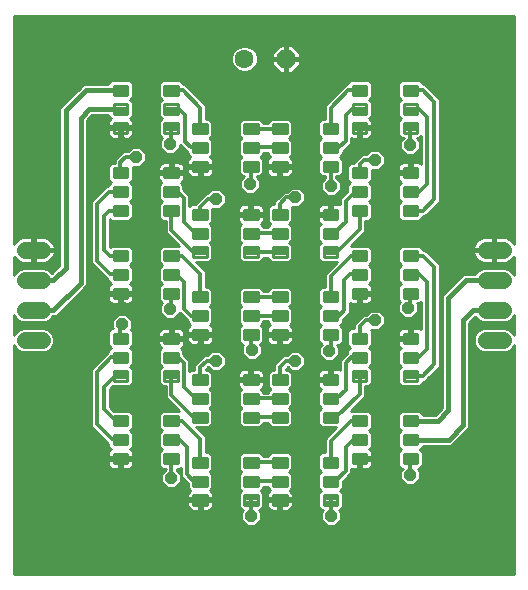
<source format=gtl>
G75*
%MOIN*%
%OFA0B0*%
%FSLAX25Y25*%
%IPPOS*%
%LPD*%
%AMOC8*
5,1,8,0,0,1.08239X$1,22.5*
%
%ADD10C,0.01014*%
%ADD11C,0.05600*%
%ADD12OC8,0.06300*%
%ADD13C,0.06300*%
%ADD14C,0.01000*%
%ADD15C,0.01200*%
%ADD16OC8,0.03962*%
%ADD17C,0.01600*%
D10*
X0072244Y0030398D02*
X0076780Y0030398D01*
X0072244Y0030398D02*
X0072244Y0033438D01*
X0076780Y0033438D01*
X0076780Y0030398D01*
X0076780Y0031411D02*
X0072244Y0031411D01*
X0072244Y0032424D02*
X0076780Y0032424D01*
X0076780Y0033437D02*
X0072244Y0033437D01*
X0072244Y0036697D02*
X0076780Y0036697D01*
X0072244Y0036697D02*
X0072244Y0039737D01*
X0076780Y0039737D01*
X0076780Y0036697D01*
X0076780Y0037710D02*
X0072244Y0037710D01*
X0072244Y0038723D02*
X0076780Y0038723D01*
X0076780Y0039736D02*
X0072244Y0039736D01*
X0072244Y0042997D02*
X0076780Y0042997D01*
X0072244Y0042997D02*
X0072244Y0046037D01*
X0076780Y0046037D01*
X0076780Y0042997D01*
X0076780Y0044010D02*
X0072244Y0044010D01*
X0072244Y0045023D02*
X0076780Y0045023D01*
X0076780Y0046036D02*
X0072244Y0046036D01*
X0067134Y0044178D02*
X0062598Y0044178D01*
X0062598Y0047218D01*
X0067134Y0047218D01*
X0067134Y0044178D01*
X0067134Y0045191D02*
X0062598Y0045191D01*
X0062598Y0046204D02*
X0067134Y0046204D01*
X0067134Y0047217D02*
X0062598Y0047217D01*
X0062598Y0050477D02*
X0067134Y0050477D01*
X0062598Y0050477D02*
X0062598Y0053517D01*
X0067134Y0053517D01*
X0067134Y0050477D01*
X0067134Y0051490D02*
X0062598Y0051490D01*
X0062598Y0052503D02*
X0067134Y0052503D01*
X0067134Y0053516D02*
X0062598Y0053516D01*
X0062598Y0056776D02*
X0067134Y0056776D01*
X0062598Y0056776D02*
X0062598Y0059816D01*
X0067134Y0059816D01*
X0067134Y0056776D01*
X0067134Y0057789D02*
X0062598Y0057789D01*
X0062598Y0058802D02*
X0067134Y0058802D01*
X0067134Y0059815D02*
X0062598Y0059815D01*
X0072244Y0060997D02*
X0076780Y0060997D01*
X0076780Y0057957D01*
X0072244Y0057957D01*
X0072244Y0060997D01*
X0072244Y0058970D02*
X0076780Y0058970D01*
X0076780Y0059983D02*
X0072244Y0059983D01*
X0072244Y0060996D02*
X0076780Y0060996D01*
X0076780Y0067296D02*
X0072244Y0067296D01*
X0076780Y0067296D02*
X0076780Y0064256D01*
X0072244Y0064256D01*
X0072244Y0067296D01*
X0072244Y0065269D02*
X0076780Y0065269D01*
X0076780Y0066282D02*
X0072244Y0066282D01*
X0072244Y0067295D02*
X0076780Y0067295D01*
X0076780Y0073596D02*
X0072244Y0073596D01*
X0076780Y0073596D02*
X0076780Y0070556D01*
X0072244Y0070556D01*
X0072244Y0073596D01*
X0072244Y0071569D02*
X0076780Y0071569D01*
X0076780Y0072582D02*
X0072244Y0072582D01*
X0072244Y0073595D02*
X0076780Y0073595D01*
X0067134Y0074777D02*
X0062598Y0074777D01*
X0067134Y0074777D02*
X0067134Y0071737D01*
X0062598Y0071737D01*
X0062598Y0074777D01*
X0062598Y0072750D02*
X0067134Y0072750D01*
X0067134Y0073763D02*
X0062598Y0073763D01*
X0062598Y0074776D02*
X0067134Y0074776D01*
X0067134Y0081076D02*
X0062598Y0081076D01*
X0067134Y0081076D02*
X0067134Y0078036D01*
X0062598Y0078036D01*
X0062598Y0081076D01*
X0062598Y0079049D02*
X0067134Y0079049D01*
X0067134Y0080062D02*
X0062598Y0080062D01*
X0062598Y0081075D02*
X0067134Y0081075D01*
X0067134Y0087375D02*
X0062598Y0087375D01*
X0067134Y0087375D02*
X0067134Y0084335D01*
X0062598Y0084335D01*
X0062598Y0087375D01*
X0062598Y0085348D02*
X0067134Y0085348D01*
X0067134Y0086361D02*
X0062598Y0086361D01*
X0062598Y0087374D02*
X0067134Y0087374D01*
X0072244Y0085516D02*
X0076780Y0085516D01*
X0072244Y0085516D02*
X0072244Y0088556D01*
X0076780Y0088556D01*
X0076780Y0085516D01*
X0076780Y0086529D02*
X0072244Y0086529D01*
X0072244Y0087542D02*
X0076780Y0087542D01*
X0076780Y0088555D02*
X0072244Y0088555D01*
X0072244Y0091815D02*
X0076780Y0091815D01*
X0072244Y0091815D02*
X0072244Y0094855D01*
X0076780Y0094855D01*
X0076780Y0091815D01*
X0076780Y0092828D02*
X0072244Y0092828D01*
X0072244Y0093841D02*
X0076780Y0093841D01*
X0076780Y0094854D02*
X0072244Y0094854D01*
X0072244Y0098115D02*
X0076780Y0098115D01*
X0072244Y0098115D02*
X0072244Y0101155D01*
X0076780Y0101155D01*
X0076780Y0098115D01*
X0076780Y0099128D02*
X0072244Y0099128D01*
X0072244Y0100141D02*
X0076780Y0100141D01*
X0076780Y0101154D02*
X0072244Y0101154D01*
X0067134Y0099296D02*
X0062598Y0099296D01*
X0062598Y0102336D01*
X0067134Y0102336D01*
X0067134Y0099296D01*
X0067134Y0100309D02*
X0062598Y0100309D01*
X0062598Y0101322D02*
X0067134Y0101322D01*
X0067134Y0102335D02*
X0062598Y0102335D01*
X0062598Y0105595D02*
X0067134Y0105595D01*
X0062598Y0105595D02*
X0062598Y0108635D01*
X0067134Y0108635D01*
X0067134Y0105595D01*
X0067134Y0106608D02*
X0062598Y0106608D01*
X0062598Y0107621D02*
X0067134Y0107621D01*
X0067134Y0108634D02*
X0062598Y0108634D01*
X0062598Y0111894D02*
X0067134Y0111894D01*
X0062598Y0111894D02*
X0062598Y0114934D01*
X0067134Y0114934D01*
X0067134Y0111894D01*
X0067134Y0112907D02*
X0062598Y0112907D01*
X0062598Y0113920D02*
X0067134Y0113920D01*
X0067134Y0114933D02*
X0062598Y0114933D01*
X0072244Y0116115D02*
X0076780Y0116115D01*
X0076780Y0113075D01*
X0072244Y0113075D01*
X0072244Y0116115D01*
X0072244Y0114088D02*
X0076780Y0114088D01*
X0076780Y0115101D02*
X0072244Y0115101D01*
X0072244Y0116114D02*
X0076780Y0116114D01*
X0076780Y0122414D02*
X0072244Y0122414D01*
X0076780Y0122414D02*
X0076780Y0119374D01*
X0072244Y0119374D01*
X0072244Y0122414D01*
X0072244Y0120387D02*
X0076780Y0120387D01*
X0076780Y0121400D02*
X0072244Y0121400D01*
X0072244Y0122413D02*
X0076780Y0122413D01*
X0076780Y0128714D02*
X0072244Y0128714D01*
X0076780Y0128714D02*
X0076780Y0125674D01*
X0072244Y0125674D01*
X0072244Y0128714D01*
X0072244Y0126687D02*
X0076780Y0126687D01*
X0076780Y0127700D02*
X0072244Y0127700D01*
X0072244Y0128713D02*
X0076780Y0128713D01*
X0067134Y0129895D02*
X0062598Y0129895D01*
X0067134Y0129895D02*
X0067134Y0126855D01*
X0062598Y0126855D01*
X0062598Y0129895D01*
X0062598Y0127868D02*
X0067134Y0127868D01*
X0067134Y0128881D02*
X0062598Y0128881D01*
X0062598Y0129894D02*
X0067134Y0129894D01*
X0067134Y0136194D02*
X0062598Y0136194D01*
X0067134Y0136194D02*
X0067134Y0133154D01*
X0062598Y0133154D01*
X0062598Y0136194D01*
X0062598Y0134167D02*
X0067134Y0134167D01*
X0067134Y0135180D02*
X0062598Y0135180D01*
X0062598Y0136193D02*
X0067134Y0136193D01*
X0067134Y0142493D02*
X0062598Y0142493D01*
X0067134Y0142493D02*
X0067134Y0139453D01*
X0062598Y0139453D01*
X0062598Y0142493D01*
X0062598Y0140466D02*
X0067134Y0140466D01*
X0067134Y0141479D02*
X0062598Y0141479D01*
X0062598Y0142492D02*
X0067134Y0142492D01*
X0072244Y0141619D02*
X0076780Y0141619D01*
X0072244Y0141619D02*
X0072244Y0144659D01*
X0076780Y0144659D01*
X0076780Y0141619D01*
X0076780Y0142632D02*
X0072244Y0142632D01*
X0072244Y0143645D02*
X0076780Y0143645D01*
X0076780Y0144658D02*
X0072244Y0144658D01*
X0072244Y0147918D02*
X0076780Y0147918D01*
X0072244Y0147918D02*
X0072244Y0150958D01*
X0076780Y0150958D01*
X0076780Y0147918D01*
X0076780Y0148931D02*
X0072244Y0148931D01*
X0072244Y0149944D02*
X0076780Y0149944D01*
X0076780Y0150957D02*
X0072244Y0150957D01*
X0072244Y0154217D02*
X0076780Y0154217D01*
X0072244Y0154217D02*
X0072244Y0157257D01*
X0076780Y0157257D01*
X0076780Y0154217D01*
X0076780Y0155230D02*
X0072244Y0155230D01*
X0072244Y0156243D02*
X0076780Y0156243D01*
X0076780Y0157256D02*
X0072244Y0157256D01*
X0067134Y0154414D02*
X0062598Y0154414D01*
X0062598Y0157454D01*
X0067134Y0157454D01*
X0067134Y0154414D01*
X0067134Y0155427D02*
X0062598Y0155427D01*
X0062598Y0156440D02*
X0067134Y0156440D01*
X0067134Y0157453D02*
X0062598Y0157453D01*
X0062598Y0160713D02*
X0067134Y0160713D01*
X0062598Y0160713D02*
X0062598Y0163753D01*
X0067134Y0163753D01*
X0067134Y0160713D01*
X0067134Y0161726D02*
X0062598Y0161726D01*
X0062598Y0162739D02*
X0067134Y0162739D01*
X0067134Y0163752D02*
X0062598Y0163752D01*
X0062598Y0167012D02*
X0067134Y0167012D01*
X0062598Y0167012D02*
X0062598Y0170052D01*
X0067134Y0170052D01*
X0067134Y0167012D01*
X0067134Y0168025D02*
X0062598Y0168025D01*
X0062598Y0169038D02*
X0067134Y0169038D01*
X0067134Y0170051D02*
X0062598Y0170051D01*
X0050205Y0167012D02*
X0045669Y0167012D01*
X0045669Y0170052D01*
X0050205Y0170052D01*
X0050205Y0167012D01*
X0050205Y0168025D02*
X0045669Y0168025D01*
X0045669Y0169038D02*
X0050205Y0169038D01*
X0050205Y0170051D02*
X0045669Y0170051D01*
X0045669Y0160713D02*
X0050205Y0160713D01*
X0045669Y0160713D02*
X0045669Y0163753D01*
X0050205Y0163753D01*
X0050205Y0160713D01*
X0050205Y0161726D02*
X0045669Y0161726D01*
X0045669Y0162739D02*
X0050205Y0162739D01*
X0050205Y0163752D02*
X0045669Y0163752D01*
X0045669Y0154414D02*
X0050205Y0154414D01*
X0045669Y0154414D02*
X0045669Y0157454D01*
X0050205Y0157454D01*
X0050205Y0154414D01*
X0050205Y0155427D02*
X0045669Y0155427D01*
X0045669Y0156440D02*
X0050205Y0156440D01*
X0050205Y0157453D02*
X0045669Y0157453D01*
X0045669Y0142493D02*
X0050205Y0142493D01*
X0050205Y0139453D01*
X0045669Y0139453D01*
X0045669Y0142493D01*
X0045669Y0140466D02*
X0050205Y0140466D01*
X0050205Y0141479D02*
X0045669Y0141479D01*
X0045669Y0142492D02*
X0050205Y0142492D01*
X0050205Y0136194D02*
X0045669Y0136194D01*
X0050205Y0136194D02*
X0050205Y0133154D01*
X0045669Y0133154D01*
X0045669Y0136194D01*
X0045669Y0134167D02*
X0050205Y0134167D01*
X0050205Y0135180D02*
X0045669Y0135180D01*
X0045669Y0136193D02*
X0050205Y0136193D01*
X0050205Y0129895D02*
X0045669Y0129895D01*
X0050205Y0129895D02*
X0050205Y0126855D01*
X0045669Y0126855D01*
X0045669Y0129895D01*
X0045669Y0127868D02*
X0050205Y0127868D01*
X0050205Y0128881D02*
X0045669Y0128881D01*
X0045669Y0129894D02*
X0050205Y0129894D01*
X0050205Y0111894D02*
X0045669Y0111894D01*
X0045669Y0114934D01*
X0050205Y0114934D01*
X0050205Y0111894D01*
X0050205Y0112907D02*
X0045669Y0112907D01*
X0045669Y0113920D02*
X0050205Y0113920D01*
X0050205Y0114933D02*
X0045669Y0114933D01*
X0045669Y0105595D02*
X0050205Y0105595D01*
X0045669Y0105595D02*
X0045669Y0108635D01*
X0050205Y0108635D01*
X0050205Y0105595D01*
X0050205Y0106608D02*
X0045669Y0106608D01*
X0045669Y0107621D02*
X0050205Y0107621D01*
X0050205Y0108634D02*
X0045669Y0108634D01*
X0045669Y0099296D02*
X0050205Y0099296D01*
X0045669Y0099296D02*
X0045669Y0102336D01*
X0050205Y0102336D01*
X0050205Y0099296D01*
X0050205Y0100309D02*
X0045669Y0100309D01*
X0045669Y0101322D02*
X0050205Y0101322D01*
X0050205Y0102335D02*
X0045669Y0102335D01*
X0045669Y0087375D02*
X0050205Y0087375D01*
X0050205Y0084335D01*
X0045669Y0084335D01*
X0045669Y0087375D01*
X0045669Y0085348D02*
X0050205Y0085348D01*
X0050205Y0086361D02*
X0045669Y0086361D01*
X0045669Y0087374D02*
X0050205Y0087374D01*
X0050205Y0081076D02*
X0045669Y0081076D01*
X0050205Y0081076D02*
X0050205Y0078036D01*
X0045669Y0078036D01*
X0045669Y0081076D01*
X0045669Y0079049D02*
X0050205Y0079049D01*
X0050205Y0080062D02*
X0045669Y0080062D01*
X0045669Y0081075D02*
X0050205Y0081075D01*
X0050205Y0074777D02*
X0045669Y0074777D01*
X0050205Y0074777D02*
X0050205Y0071737D01*
X0045669Y0071737D01*
X0045669Y0074777D01*
X0045669Y0072750D02*
X0050205Y0072750D01*
X0050205Y0073763D02*
X0045669Y0073763D01*
X0045669Y0074776D02*
X0050205Y0074776D01*
X0050205Y0056776D02*
X0045669Y0056776D01*
X0045669Y0059816D01*
X0050205Y0059816D01*
X0050205Y0056776D01*
X0050205Y0057789D02*
X0045669Y0057789D01*
X0045669Y0058802D02*
X0050205Y0058802D01*
X0050205Y0059815D02*
X0045669Y0059815D01*
X0045669Y0050477D02*
X0050205Y0050477D01*
X0045669Y0050477D02*
X0045669Y0053517D01*
X0050205Y0053517D01*
X0050205Y0050477D01*
X0050205Y0051490D02*
X0045669Y0051490D01*
X0045669Y0052503D02*
X0050205Y0052503D01*
X0050205Y0053516D02*
X0045669Y0053516D01*
X0045669Y0044178D02*
X0050205Y0044178D01*
X0045669Y0044178D02*
X0045669Y0047218D01*
X0050205Y0047218D01*
X0050205Y0044178D01*
X0050205Y0045191D02*
X0045669Y0045191D01*
X0045669Y0046204D02*
X0050205Y0046204D01*
X0050205Y0047217D02*
X0045669Y0047217D01*
X0089173Y0042997D02*
X0093709Y0042997D01*
X0089173Y0042997D02*
X0089173Y0046037D01*
X0093709Y0046037D01*
X0093709Y0042997D01*
X0093709Y0044010D02*
X0089173Y0044010D01*
X0089173Y0045023D02*
X0093709Y0045023D01*
X0093709Y0046036D02*
X0089173Y0046036D01*
X0098819Y0042997D02*
X0103355Y0042997D01*
X0098819Y0042997D02*
X0098819Y0046037D01*
X0103355Y0046037D01*
X0103355Y0042997D01*
X0103355Y0044010D02*
X0098819Y0044010D01*
X0098819Y0045023D02*
X0103355Y0045023D01*
X0103355Y0046036D02*
X0098819Y0046036D01*
X0098819Y0036697D02*
X0103355Y0036697D01*
X0098819Y0036697D02*
X0098819Y0039737D01*
X0103355Y0039737D01*
X0103355Y0036697D01*
X0103355Y0037710D02*
X0098819Y0037710D01*
X0098819Y0038723D02*
X0103355Y0038723D01*
X0103355Y0039736D02*
X0098819Y0039736D01*
X0093709Y0036697D02*
X0089173Y0036697D01*
X0089173Y0039737D01*
X0093709Y0039737D01*
X0093709Y0036697D01*
X0093709Y0037710D02*
X0089173Y0037710D01*
X0089173Y0038723D02*
X0093709Y0038723D01*
X0093709Y0039736D02*
X0089173Y0039736D01*
X0089173Y0030398D02*
X0093709Y0030398D01*
X0089173Y0030398D02*
X0089173Y0033438D01*
X0093709Y0033438D01*
X0093709Y0030398D01*
X0093709Y0031411D02*
X0089173Y0031411D01*
X0089173Y0032424D02*
X0093709Y0032424D01*
X0093709Y0033437D02*
X0089173Y0033437D01*
X0098819Y0030398D02*
X0103355Y0030398D01*
X0098819Y0030398D02*
X0098819Y0033438D01*
X0103355Y0033438D01*
X0103355Y0030398D01*
X0103355Y0031411D02*
X0098819Y0031411D01*
X0098819Y0032424D02*
X0103355Y0032424D01*
X0103355Y0033437D02*
X0098819Y0033437D01*
X0115748Y0030398D02*
X0120284Y0030398D01*
X0115748Y0030398D02*
X0115748Y0033438D01*
X0120284Y0033438D01*
X0120284Y0030398D01*
X0120284Y0031411D02*
X0115748Y0031411D01*
X0115748Y0032424D02*
X0120284Y0032424D01*
X0120284Y0033437D02*
X0115748Y0033437D01*
X0115748Y0036697D02*
X0120284Y0036697D01*
X0115748Y0036697D02*
X0115748Y0039737D01*
X0120284Y0039737D01*
X0120284Y0036697D01*
X0120284Y0037710D02*
X0115748Y0037710D01*
X0115748Y0038723D02*
X0120284Y0038723D01*
X0120284Y0039736D02*
X0115748Y0039736D01*
X0115748Y0042997D02*
X0120284Y0042997D01*
X0115748Y0042997D02*
X0115748Y0046037D01*
X0120284Y0046037D01*
X0120284Y0042997D01*
X0120284Y0044010D02*
X0115748Y0044010D01*
X0115748Y0045023D02*
X0120284Y0045023D01*
X0120284Y0046036D02*
X0115748Y0046036D01*
X0125393Y0044178D02*
X0129929Y0044178D01*
X0125393Y0044178D02*
X0125393Y0047218D01*
X0129929Y0047218D01*
X0129929Y0044178D01*
X0129929Y0045191D02*
X0125393Y0045191D01*
X0125393Y0046204D02*
X0129929Y0046204D01*
X0129929Y0047217D02*
X0125393Y0047217D01*
X0125393Y0050477D02*
X0129929Y0050477D01*
X0125393Y0050477D02*
X0125393Y0053517D01*
X0129929Y0053517D01*
X0129929Y0050477D01*
X0129929Y0051490D02*
X0125393Y0051490D01*
X0125393Y0052503D02*
X0129929Y0052503D01*
X0129929Y0053516D02*
X0125393Y0053516D01*
X0125393Y0056776D02*
X0129929Y0056776D01*
X0125393Y0056776D02*
X0125393Y0059816D01*
X0129929Y0059816D01*
X0129929Y0056776D01*
X0129929Y0057789D02*
X0125393Y0057789D01*
X0125393Y0058802D02*
X0129929Y0058802D01*
X0129929Y0059815D02*
X0125393Y0059815D01*
X0120284Y0060997D02*
X0115748Y0060997D01*
X0120284Y0060997D02*
X0120284Y0057957D01*
X0115748Y0057957D01*
X0115748Y0060997D01*
X0115748Y0058970D02*
X0120284Y0058970D01*
X0120284Y0059983D02*
X0115748Y0059983D01*
X0115748Y0060996D02*
X0120284Y0060996D01*
X0120284Y0067296D02*
X0115748Y0067296D01*
X0120284Y0067296D02*
X0120284Y0064256D01*
X0115748Y0064256D01*
X0115748Y0067296D01*
X0115748Y0065269D02*
X0120284Y0065269D01*
X0120284Y0066282D02*
X0115748Y0066282D01*
X0115748Y0067295D02*
X0120284Y0067295D01*
X0120284Y0073596D02*
X0115748Y0073596D01*
X0120284Y0073596D02*
X0120284Y0070556D01*
X0115748Y0070556D01*
X0115748Y0073596D01*
X0115748Y0071569D02*
X0120284Y0071569D01*
X0120284Y0072582D02*
X0115748Y0072582D01*
X0115748Y0073595D02*
X0120284Y0073595D01*
X0125393Y0074777D02*
X0129929Y0074777D01*
X0129929Y0071737D01*
X0125393Y0071737D01*
X0125393Y0074777D01*
X0125393Y0072750D02*
X0129929Y0072750D01*
X0129929Y0073763D02*
X0125393Y0073763D01*
X0125393Y0074776D02*
X0129929Y0074776D01*
X0129929Y0081076D02*
X0125393Y0081076D01*
X0129929Y0081076D02*
X0129929Y0078036D01*
X0125393Y0078036D01*
X0125393Y0081076D01*
X0125393Y0079049D02*
X0129929Y0079049D01*
X0129929Y0080062D02*
X0125393Y0080062D01*
X0125393Y0081075D02*
X0129929Y0081075D01*
X0129929Y0087375D02*
X0125393Y0087375D01*
X0129929Y0087375D02*
X0129929Y0084335D01*
X0125393Y0084335D01*
X0125393Y0087375D01*
X0125393Y0085348D02*
X0129929Y0085348D01*
X0129929Y0086361D02*
X0125393Y0086361D01*
X0125393Y0087374D02*
X0129929Y0087374D01*
X0120284Y0085516D02*
X0115748Y0085516D01*
X0115748Y0088556D01*
X0120284Y0088556D01*
X0120284Y0085516D01*
X0120284Y0086529D02*
X0115748Y0086529D01*
X0115748Y0087542D02*
X0120284Y0087542D01*
X0120284Y0088555D02*
X0115748Y0088555D01*
X0115748Y0091815D02*
X0120284Y0091815D01*
X0115748Y0091815D02*
X0115748Y0094855D01*
X0120284Y0094855D01*
X0120284Y0091815D01*
X0120284Y0092828D02*
X0115748Y0092828D01*
X0115748Y0093841D02*
X0120284Y0093841D01*
X0120284Y0094854D02*
X0115748Y0094854D01*
X0115748Y0098115D02*
X0120284Y0098115D01*
X0115748Y0098115D02*
X0115748Y0101155D01*
X0120284Y0101155D01*
X0120284Y0098115D01*
X0120284Y0099128D02*
X0115748Y0099128D01*
X0115748Y0100141D02*
X0120284Y0100141D01*
X0120284Y0101154D02*
X0115748Y0101154D01*
X0125393Y0099296D02*
X0129929Y0099296D01*
X0125393Y0099296D02*
X0125393Y0102336D01*
X0129929Y0102336D01*
X0129929Y0099296D01*
X0129929Y0100309D02*
X0125393Y0100309D01*
X0125393Y0101322D02*
X0129929Y0101322D01*
X0129929Y0102335D02*
X0125393Y0102335D01*
X0125393Y0105595D02*
X0129929Y0105595D01*
X0125393Y0105595D02*
X0125393Y0108635D01*
X0129929Y0108635D01*
X0129929Y0105595D01*
X0129929Y0106608D02*
X0125393Y0106608D01*
X0125393Y0107621D02*
X0129929Y0107621D01*
X0129929Y0108634D02*
X0125393Y0108634D01*
X0125393Y0111894D02*
X0129929Y0111894D01*
X0125393Y0111894D02*
X0125393Y0114934D01*
X0129929Y0114934D01*
X0129929Y0111894D01*
X0129929Y0112907D02*
X0125393Y0112907D01*
X0125393Y0113920D02*
X0129929Y0113920D01*
X0129929Y0114933D02*
X0125393Y0114933D01*
X0120284Y0116115D02*
X0115748Y0116115D01*
X0120284Y0116115D02*
X0120284Y0113075D01*
X0115748Y0113075D01*
X0115748Y0116115D01*
X0115748Y0114088D02*
X0120284Y0114088D01*
X0120284Y0115101D02*
X0115748Y0115101D01*
X0115748Y0116114D02*
X0120284Y0116114D01*
X0120284Y0122414D02*
X0115748Y0122414D01*
X0120284Y0122414D02*
X0120284Y0119374D01*
X0115748Y0119374D01*
X0115748Y0122414D01*
X0115748Y0120387D02*
X0120284Y0120387D01*
X0120284Y0121400D02*
X0115748Y0121400D01*
X0115748Y0122413D02*
X0120284Y0122413D01*
X0120284Y0128714D02*
X0115748Y0128714D01*
X0120284Y0128714D02*
X0120284Y0125674D01*
X0115748Y0125674D01*
X0115748Y0128714D01*
X0115748Y0126687D02*
X0120284Y0126687D01*
X0120284Y0127700D02*
X0115748Y0127700D01*
X0115748Y0128713D02*
X0120284Y0128713D01*
X0125393Y0129895D02*
X0129929Y0129895D01*
X0129929Y0126855D01*
X0125393Y0126855D01*
X0125393Y0129895D01*
X0125393Y0127868D02*
X0129929Y0127868D01*
X0129929Y0128881D02*
X0125393Y0128881D01*
X0125393Y0129894D02*
X0129929Y0129894D01*
X0129929Y0136194D02*
X0125393Y0136194D01*
X0129929Y0136194D02*
X0129929Y0133154D01*
X0125393Y0133154D01*
X0125393Y0136194D01*
X0125393Y0134167D02*
X0129929Y0134167D01*
X0129929Y0135180D02*
X0125393Y0135180D01*
X0125393Y0136193D02*
X0129929Y0136193D01*
X0129929Y0142493D02*
X0125393Y0142493D01*
X0129929Y0142493D02*
X0129929Y0139453D01*
X0125393Y0139453D01*
X0125393Y0142493D01*
X0125393Y0140466D02*
X0129929Y0140466D01*
X0129929Y0141479D02*
X0125393Y0141479D01*
X0125393Y0142492D02*
X0129929Y0142492D01*
X0120284Y0141619D02*
X0115748Y0141619D01*
X0115748Y0144659D01*
X0120284Y0144659D01*
X0120284Y0141619D01*
X0120284Y0142632D02*
X0115748Y0142632D01*
X0115748Y0143645D02*
X0120284Y0143645D01*
X0120284Y0144658D02*
X0115748Y0144658D01*
X0115748Y0147918D02*
X0120284Y0147918D01*
X0115748Y0147918D02*
X0115748Y0150958D01*
X0120284Y0150958D01*
X0120284Y0147918D01*
X0120284Y0148931D02*
X0115748Y0148931D01*
X0115748Y0149944D02*
X0120284Y0149944D01*
X0120284Y0150957D02*
X0115748Y0150957D01*
X0115748Y0154217D02*
X0120284Y0154217D01*
X0115748Y0154217D02*
X0115748Y0157257D01*
X0120284Y0157257D01*
X0120284Y0154217D01*
X0120284Y0155230D02*
X0115748Y0155230D01*
X0115748Y0156243D02*
X0120284Y0156243D01*
X0120284Y0157256D02*
X0115748Y0157256D01*
X0125393Y0154414D02*
X0129929Y0154414D01*
X0125393Y0154414D02*
X0125393Y0157454D01*
X0129929Y0157454D01*
X0129929Y0154414D01*
X0129929Y0155427D02*
X0125393Y0155427D01*
X0125393Y0156440D02*
X0129929Y0156440D01*
X0129929Y0157453D02*
X0125393Y0157453D01*
X0125393Y0160713D02*
X0129929Y0160713D01*
X0125393Y0160713D02*
X0125393Y0163753D01*
X0129929Y0163753D01*
X0129929Y0160713D01*
X0129929Y0161726D02*
X0125393Y0161726D01*
X0125393Y0162739D02*
X0129929Y0162739D01*
X0129929Y0163752D02*
X0125393Y0163752D01*
X0125393Y0167012D02*
X0129929Y0167012D01*
X0125393Y0167012D02*
X0125393Y0170052D01*
X0129929Y0170052D01*
X0129929Y0167012D01*
X0129929Y0168025D02*
X0125393Y0168025D01*
X0125393Y0169038D02*
X0129929Y0169038D01*
X0129929Y0170051D02*
X0125393Y0170051D01*
X0142323Y0167012D02*
X0146859Y0167012D01*
X0142323Y0167012D02*
X0142323Y0170052D01*
X0146859Y0170052D01*
X0146859Y0167012D01*
X0146859Y0168025D02*
X0142323Y0168025D01*
X0142323Y0169038D02*
X0146859Y0169038D01*
X0146859Y0170051D02*
X0142323Y0170051D01*
X0142323Y0160713D02*
X0146859Y0160713D01*
X0142323Y0160713D02*
X0142323Y0163753D01*
X0146859Y0163753D01*
X0146859Y0160713D01*
X0146859Y0161726D02*
X0142323Y0161726D01*
X0142323Y0162739D02*
X0146859Y0162739D01*
X0146859Y0163752D02*
X0142323Y0163752D01*
X0142323Y0154414D02*
X0146859Y0154414D01*
X0142323Y0154414D02*
X0142323Y0157454D01*
X0146859Y0157454D01*
X0146859Y0154414D01*
X0146859Y0155427D02*
X0142323Y0155427D01*
X0142323Y0156440D02*
X0146859Y0156440D01*
X0146859Y0157453D02*
X0142323Y0157453D01*
X0142323Y0142493D02*
X0146859Y0142493D01*
X0146859Y0139453D01*
X0142323Y0139453D01*
X0142323Y0142493D01*
X0142323Y0140466D02*
X0146859Y0140466D01*
X0146859Y0141479D02*
X0142323Y0141479D01*
X0142323Y0142492D02*
X0146859Y0142492D01*
X0146859Y0136194D02*
X0142323Y0136194D01*
X0146859Y0136194D02*
X0146859Y0133154D01*
X0142323Y0133154D01*
X0142323Y0136194D01*
X0142323Y0134167D02*
X0146859Y0134167D01*
X0146859Y0135180D02*
X0142323Y0135180D01*
X0142323Y0136193D02*
X0146859Y0136193D01*
X0146859Y0129895D02*
X0142323Y0129895D01*
X0146859Y0129895D02*
X0146859Y0126855D01*
X0142323Y0126855D01*
X0142323Y0129895D01*
X0142323Y0127868D02*
X0146859Y0127868D01*
X0146859Y0128881D02*
X0142323Y0128881D01*
X0142323Y0129894D02*
X0146859Y0129894D01*
X0146859Y0111894D02*
X0142323Y0111894D01*
X0142323Y0114934D01*
X0146859Y0114934D01*
X0146859Y0111894D01*
X0146859Y0112907D02*
X0142323Y0112907D01*
X0142323Y0113920D02*
X0146859Y0113920D01*
X0146859Y0114933D02*
X0142323Y0114933D01*
X0142323Y0105595D02*
X0146859Y0105595D01*
X0142323Y0105595D02*
X0142323Y0108635D01*
X0146859Y0108635D01*
X0146859Y0105595D01*
X0146859Y0106608D02*
X0142323Y0106608D01*
X0142323Y0107621D02*
X0146859Y0107621D01*
X0146859Y0108634D02*
X0142323Y0108634D01*
X0142323Y0099296D02*
X0146859Y0099296D01*
X0142323Y0099296D02*
X0142323Y0102336D01*
X0146859Y0102336D01*
X0146859Y0099296D01*
X0146859Y0100309D02*
X0142323Y0100309D01*
X0142323Y0101322D02*
X0146859Y0101322D01*
X0146859Y0102335D02*
X0142323Y0102335D01*
X0142323Y0087375D02*
X0146859Y0087375D01*
X0146859Y0084335D01*
X0142323Y0084335D01*
X0142323Y0087375D01*
X0142323Y0085348D02*
X0146859Y0085348D01*
X0146859Y0086361D02*
X0142323Y0086361D01*
X0142323Y0087374D02*
X0146859Y0087374D01*
X0146859Y0081076D02*
X0142323Y0081076D01*
X0146859Y0081076D02*
X0146859Y0078036D01*
X0142323Y0078036D01*
X0142323Y0081076D01*
X0142323Y0079049D02*
X0146859Y0079049D01*
X0146859Y0080062D02*
X0142323Y0080062D01*
X0142323Y0081075D02*
X0146859Y0081075D01*
X0146859Y0074777D02*
X0142323Y0074777D01*
X0146859Y0074777D02*
X0146859Y0071737D01*
X0142323Y0071737D01*
X0142323Y0074777D01*
X0142323Y0072750D02*
X0146859Y0072750D01*
X0146859Y0073763D02*
X0142323Y0073763D01*
X0142323Y0074776D02*
X0146859Y0074776D01*
X0146859Y0056776D02*
X0142323Y0056776D01*
X0142323Y0059816D01*
X0146859Y0059816D01*
X0146859Y0056776D01*
X0146859Y0057789D02*
X0142323Y0057789D01*
X0142323Y0058802D02*
X0146859Y0058802D01*
X0146859Y0059815D02*
X0142323Y0059815D01*
X0142323Y0050477D02*
X0146859Y0050477D01*
X0142323Y0050477D02*
X0142323Y0053517D01*
X0146859Y0053517D01*
X0146859Y0050477D01*
X0146859Y0051490D02*
X0142323Y0051490D01*
X0142323Y0052503D02*
X0146859Y0052503D01*
X0146859Y0053516D02*
X0142323Y0053516D01*
X0142323Y0044178D02*
X0146859Y0044178D01*
X0142323Y0044178D02*
X0142323Y0047218D01*
X0146859Y0047218D01*
X0146859Y0044178D01*
X0146859Y0045191D02*
X0142323Y0045191D01*
X0142323Y0046204D02*
X0146859Y0046204D01*
X0146859Y0047217D02*
X0142323Y0047217D01*
X0103355Y0060997D02*
X0098819Y0060997D01*
X0103355Y0060997D02*
X0103355Y0057957D01*
X0098819Y0057957D01*
X0098819Y0060997D01*
X0098819Y0058970D02*
X0103355Y0058970D01*
X0103355Y0059983D02*
X0098819Y0059983D01*
X0098819Y0060996D02*
X0103355Y0060996D01*
X0103355Y0067296D02*
X0098819Y0067296D01*
X0103355Y0067296D02*
X0103355Y0064256D01*
X0098819Y0064256D01*
X0098819Y0067296D01*
X0098819Y0065269D02*
X0103355Y0065269D01*
X0103355Y0066282D02*
X0098819Y0066282D01*
X0098819Y0067295D02*
X0103355Y0067295D01*
X0103355Y0073596D02*
X0098819Y0073596D01*
X0103355Y0073596D02*
X0103355Y0070556D01*
X0098819Y0070556D01*
X0098819Y0073596D01*
X0098819Y0071569D02*
X0103355Y0071569D01*
X0103355Y0072582D02*
X0098819Y0072582D01*
X0098819Y0073595D02*
X0103355Y0073595D01*
X0093709Y0073596D02*
X0089173Y0073596D01*
X0093709Y0073596D02*
X0093709Y0070556D01*
X0089173Y0070556D01*
X0089173Y0073596D01*
X0089173Y0071569D02*
X0093709Y0071569D01*
X0093709Y0072582D02*
X0089173Y0072582D01*
X0089173Y0073595D02*
X0093709Y0073595D01*
X0093709Y0067296D02*
X0089173Y0067296D01*
X0093709Y0067296D02*
X0093709Y0064256D01*
X0089173Y0064256D01*
X0089173Y0067296D01*
X0089173Y0065269D02*
X0093709Y0065269D01*
X0093709Y0066282D02*
X0089173Y0066282D01*
X0089173Y0067295D02*
X0093709Y0067295D01*
X0093709Y0060997D02*
X0089173Y0060997D01*
X0093709Y0060997D02*
X0093709Y0057957D01*
X0089173Y0057957D01*
X0089173Y0060997D01*
X0089173Y0058970D02*
X0093709Y0058970D01*
X0093709Y0059983D02*
X0089173Y0059983D01*
X0089173Y0060996D02*
X0093709Y0060996D01*
X0093709Y0085516D02*
X0089173Y0085516D01*
X0089173Y0088556D01*
X0093709Y0088556D01*
X0093709Y0085516D01*
X0093709Y0086529D02*
X0089173Y0086529D01*
X0089173Y0087542D02*
X0093709Y0087542D01*
X0093709Y0088555D02*
X0089173Y0088555D01*
X0089173Y0091815D02*
X0093709Y0091815D01*
X0089173Y0091815D02*
X0089173Y0094855D01*
X0093709Y0094855D01*
X0093709Y0091815D01*
X0093709Y0092828D02*
X0089173Y0092828D01*
X0089173Y0093841D02*
X0093709Y0093841D01*
X0093709Y0094854D02*
X0089173Y0094854D01*
X0089173Y0098115D02*
X0093709Y0098115D01*
X0089173Y0098115D02*
X0089173Y0101155D01*
X0093709Y0101155D01*
X0093709Y0098115D01*
X0093709Y0099128D02*
X0089173Y0099128D01*
X0089173Y0100141D02*
X0093709Y0100141D01*
X0093709Y0101154D02*
X0089173Y0101154D01*
X0098819Y0098115D02*
X0103355Y0098115D01*
X0098819Y0098115D02*
X0098819Y0101155D01*
X0103355Y0101155D01*
X0103355Y0098115D01*
X0103355Y0099128D02*
X0098819Y0099128D01*
X0098819Y0100141D02*
X0103355Y0100141D01*
X0103355Y0101154D02*
X0098819Y0101154D01*
X0098819Y0091815D02*
X0103355Y0091815D01*
X0098819Y0091815D02*
X0098819Y0094855D01*
X0103355Y0094855D01*
X0103355Y0091815D01*
X0103355Y0092828D02*
X0098819Y0092828D01*
X0098819Y0093841D02*
X0103355Y0093841D01*
X0103355Y0094854D02*
X0098819Y0094854D01*
X0098819Y0085516D02*
X0103355Y0085516D01*
X0098819Y0085516D02*
X0098819Y0088556D01*
X0103355Y0088556D01*
X0103355Y0085516D01*
X0103355Y0086529D02*
X0098819Y0086529D01*
X0098819Y0087542D02*
X0103355Y0087542D01*
X0103355Y0088555D02*
X0098819Y0088555D01*
X0098819Y0116115D02*
X0103355Y0116115D01*
X0103355Y0113075D01*
X0098819Y0113075D01*
X0098819Y0116115D01*
X0098819Y0114088D02*
X0103355Y0114088D01*
X0103355Y0115101D02*
X0098819Y0115101D01*
X0098819Y0116114D02*
X0103355Y0116114D01*
X0103355Y0122414D02*
X0098819Y0122414D01*
X0103355Y0122414D02*
X0103355Y0119374D01*
X0098819Y0119374D01*
X0098819Y0122414D01*
X0098819Y0120387D02*
X0103355Y0120387D01*
X0103355Y0121400D02*
X0098819Y0121400D01*
X0098819Y0122413D02*
X0103355Y0122413D01*
X0103355Y0128714D02*
X0098819Y0128714D01*
X0103355Y0128714D02*
X0103355Y0125674D01*
X0098819Y0125674D01*
X0098819Y0128714D01*
X0098819Y0126687D02*
X0103355Y0126687D01*
X0103355Y0127700D02*
X0098819Y0127700D01*
X0098819Y0128713D02*
X0103355Y0128713D01*
X0093709Y0128714D02*
X0089173Y0128714D01*
X0093709Y0128714D02*
X0093709Y0125674D01*
X0089173Y0125674D01*
X0089173Y0128714D01*
X0089173Y0126687D02*
X0093709Y0126687D01*
X0093709Y0127700D02*
X0089173Y0127700D01*
X0089173Y0128713D02*
X0093709Y0128713D01*
X0093709Y0122414D02*
X0089173Y0122414D01*
X0093709Y0122414D02*
X0093709Y0119374D01*
X0089173Y0119374D01*
X0089173Y0122414D01*
X0089173Y0120387D02*
X0093709Y0120387D01*
X0093709Y0121400D02*
X0089173Y0121400D01*
X0089173Y0122413D02*
X0093709Y0122413D01*
X0093709Y0116115D02*
X0089173Y0116115D01*
X0093709Y0116115D02*
X0093709Y0113075D01*
X0089173Y0113075D01*
X0089173Y0116115D01*
X0089173Y0114088D02*
X0093709Y0114088D01*
X0093709Y0115101D02*
X0089173Y0115101D01*
X0089173Y0116114D02*
X0093709Y0116114D01*
X0093709Y0141619D02*
X0089173Y0141619D01*
X0089173Y0144659D01*
X0093709Y0144659D01*
X0093709Y0141619D01*
X0093709Y0142632D02*
X0089173Y0142632D01*
X0089173Y0143645D02*
X0093709Y0143645D01*
X0093709Y0144658D02*
X0089173Y0144658D01*
X0089173Y0147918D02*
X0093709Y0147918D01*
X0089173Y0147918D02*
X0089173Y0150958D01*
X0093709Y0150958D01*
X0093709Y0147918D01*
X0093709Y0148931D02*
X0089173Y0148931D01*
X0089173Y0149944D02*
X0093709Y0149944D01*
X0093709Y0150957D02*
X0089173Y0150957D01*
X0089173Y0154217D02*
X0093709Y0154217D01*
X0089173Y0154217D02*
X0089173Y0157257D01*
X0093709Y0157257D01*
X0093709Y0154217D01*
X0093709Y0155230D02*
X0089173Y0155230D01*
X0089173Y0156243D02*
X0093709Y0156243D01*
X0093709Y0157256D02*
X0089173Y0157256D01*
X0098819Y0154217D02*
X0103355Y0154217D01*
X0098819Y0154217D02*
X0098819Y0157257D01*
X0103355Y0157257D01*
X0103355Y0154217D01*
X0103355Y0155230D02*
X0098819Y0155230D01*
X0098819Y0156243D02*
X0103355Y0156243D01*
X0103355Y0157256D02*
X0098819Y0157256D01*
X0098819Y0147918D02*
X0103355Y0147918D01*
X0098819Y0147918D02*
X0098819Y0150958D01*
X0103355Y0150958D01*
X0103355Y0147918D01*
X0103355Y0148931D02*
X0098819Y0148931D01*
X0098819Y0149944D02*
X0103355Y0149944D01*
X0103355Y0150957D02*
X0098819Y0150957D01*
X0098819Y0141619D02*
X0103355Y0141619D01*
X0098819Y0141619D02*
X0098819Y0144659D01*
X0103355Y0144659D01*
X0103355Y0141619D01*
X0103355Y0142632D02*
X0098819Y0142632D01*
X0098819Y0143645D02*
X0103355Y0143645D01*
X0103355Y0144658D02*
X0098819Y0144658D01*
D11*
X0169743Y0115225D02*
X0175343Y0115225D01*
X0175343Y0105225D02*
X0169743Y0105225D01*
X0169743Y0095225D02*
X0175343Y0095225D01*
X0175343Y0085225D02*
X0169743Y0085225D01*
X0021800Y0085225D02*
X0016200Y0085225D01*
X0016200Y0095225D02*
X0021800Y0095225D01*
X0021800Y0105225D02*
X0016200Y0105225D01*
X0016200Y0115225D02*
X0021800Y0115225D01*
D12*
X0103264Y0178965D03*
D13*
X0089264Y0178965D03*
D14*
X0012489Y0083471D02*
X0012489Y0007100D01*
X0179054Y0007100D01*
X0179054Y0083471D01*
X0178819Y0082903D01*
X0177666Y0081749D01*
X0176159Y0081125D01*
X0168928Y0081125D01*
X0167421Y0081749D01*
X0166267Y0082903D01*
X0165643Y0084410D01*
X0165643Y0086041D01*
X0166267Y0087548D01*
X0167421Y0088701D01*
X0168928Y0089325D01*
X0176159Y0089325D01*
X0177666Y0088701D01*
X0178819Y0087548D01*
X0179054Y0086980D01*
X0179054Y0093471D01*
X0178819Y0092903D01*
X0177666Y0091749D01*
X0176159Y0091125D01*
X0168928Y0091125D01*
X0167421Y0091749D01*
X0166267Y0092903D01*
X0166266Y0092907D01*
X0164289Y0090930D01*
X0164289Y0055930D01*
X0159486Y0051127D01*
X0158256Y0049897D01*
X0148666Y0049897D01*
X0148666Y0049728D01*
X0147786Y0048847D01*
X0148666Y0047967D01*
X0148666Y0043429D01*
X0147608Y0042370D01*
X0147007Y0042370D01*
X0147844Y0041533D01*
X0147844Y0038815D01*
X0145922Y0036893D01*
X0143204Y0036893D01*
X0141282Y0038815D01*
X0141282Y0041533D01*
X0142119Y0042370D01*
X0141573Y0042370D01*
X0140515Y0043429D01*
X0140515Y0047967D01*
X0141395Y0048847D01*
X0140515Y0049728D01*
X0140515Y0054266D01*
X0141395Y0055146D01*
X0140515Y0056027D01*
X0140515Y0060565D01*
X0141573Y0061624D01*
X0147608Y0061624D01*
X0148666Y0060565D01*
X0148666Y0060396D01*
X0152815Y0060396D01*
X0155089Y0062670D01*
X0155089Y0100170D01*
X0161014Y0106095D01*
X0161014Y0106095D01*
X0162244Y0107325D01*
X0166175Y0107325D01*
X0166267Y0107548D01*
X0167421Y0108701D01*
X0168928Y0109325D01*
X0176159Y0109325D01*
X0177666Y0108701D01*
X0178819Y0107548D01*
X0179054Y0106980D01*
X0179054Y0113037D01*
X0179021Y0112972D01*
X0178623Y0112424D01*
X0178145Y0111945D01*
X0177597Y0111548D01*
X0176994Y0111240D01*
X0176350Y0111031D01*
X0175682Y0110925D01*
X0172943Y0110925D01*
X0172943Y0114825D01*
X0172143Y0114825D01*
X0165453Y0114825D01*
X0165549Y0114218D01*
X0165758Y0113575D01*
X0166066Y0112972D01*
X0166463Y0112424D01*
X0166942Y0111945D01*
X0167490Y0111548D01*
X0168093Y0111240D01*
X0168736Y0111031D01*
X0169405Y0110925D01*
X0172143Y0110925D01*
X0172143Y0114825D01*
X0172143Y0115625D01*
X0165453Y0115625D01*
X0165549Y0116232D01*
X0165758Y0116876D01*
X0166066Y0117479D01*
X0166463Y0118026D01*
X0166942Y0118505D01*
X0167490Y0118903D01*
X0168093Y0119210D01*
X0168736Y0119419D01*
X0169405Y0119525D01*
X0172143Y0119525D01*
X0172143Y0115625D01*
X0172943Y0115625D01*
X0172943Y0119525D01*
X0175682Y0119525D01*
X0176350Y0119419D01*
X0176994Y0119210D01*
X0177597Y0118903D01*
X0178145Y0118505D01*
X0178623Y0118026D01*
X0179021Y0117479D01*
X0179054Y0117413D01*
X0179054Y0193350D01*
X0012489Y0193350D01*
X0012489Y0117413D01*
X0012522Y0117479D01*
X0012920Y0118026D01*
X0013399Y0118505D01*
X0013946Y0118903D01*
X0014549Y0119210D01*
X0015193Y0119419D01*
X0015862Y0119525D01*
X0018600Y0119525D01*
X0018600Y0115625D01*
X0019400Y0115625D01*
X0026090Y0115625D01*
X0025994Y0116232D01*
X0025785Y0116876D01*
X0025478Y0117479D01*
X0025080Y0118026D01*
X0024601Y0118505D01*
X0024054Y0118903D01*
X0023451Y0119210D01*
X0022807Y0119419D01*
X0022138Y0119525D01*
X0019400Y0119525D01*
X0019400Y0115625D01*
X0019400Y0114825D01*
X0019400Y0110925D01*
X0022138Y0110925D01*
X0022807Y0111031D01*
X0023451Y0111240D01*
X0024054Y0111548D01*
X0024601Y0111945D01*
X0025080Y0112424D01*
X0025478Y0112972D01*
X0025785Y0113575D01*
X0025994Y0114218D01*
X0026090Y0114825D01*
X0019400Y0114825D01*
X0018600Y0114825D01*
X0018600Y0110925D01*
X0015862Y0110925D01*
X0015193Y0111031D01*
X0014549Y0111240D01*
X0013946Y0111548D01*
X0013399Y0111945D01*
X0012920Y0112424D01*
X0012522Y0112972D01*
X0012489Y0113037D01*
X0012489Y0106980D01*
X0012724Y0107548D01*
X0013878Y0108701D01*
X0015384Y0109325D01*
X0022616Y0109325D01*
X0024122Y0108701D01*
X0025121Y0107702D01*
X0027589Y0110170D01*
X0027589Y0162670D01*
X0034321Y0169402D01*
X0035551Y0170632D01*
X0043861Y0170632D01*
X0043861Y0170801D01*
X0044920Y0171860D01*
X0050954Y0171860D01*
X0052013Y0170801D01*
X0052013Y0166263D01*
X0051132Y0165383D01*
X0052013Y0164502D01*
X0052013Y0159964D01*
X0051229Y0159181D01*
X0051438Y0159060D01*
X0051812Y0158687D01*
X0052076Y0158229D01*
X0052213Y0157719D01*
X0052213Y0156434D01*
X0048437Y0156434D01*
X0048437Y0155434D01*
X0052213Y0155434D01*
X0052213Y0154149D01*
X0052076Y0153639D01*
X0051812Y0153181D01*
X0051438Y0152807D01*
X0050980Y0152543D01*
X0050470Y0152406D01*
X0048437Y0152406D01*
X0048437Y0155434D01*
X0047437Y0155434D01*
X0043661Y0155434D01*
X0043661Y0154149D01*
X0043798Y0153639D01*
X0044062Y0153181D01*
X0044436Y0152807D01*
X0044894Y0152543D01*
X0045404Y0152406D01*
X0047437Y0152406D01*
X0047437Y0155434D01*
X0047437Y0156434D01*
X0043661Y0156434D01*
X0043661Y0157719D01*
X0043798Y0158229D01*
X0044062Y0158687D01*
X0044436Y0159060D01*
X0044645Y0159181D01*
X0043861Y0159964D01*
X0043861Y0160133D01*
X0038492Y0160133D01*
X0036789Y0158430D01*
X0036789Y0103430D01*
X0027714Y0094355D01*
X0026484Y0093125D01*
X0025368Y0093125D01*
X0025276Y0092903D01*
X0024122Y0091749D01*
X0022616Y0091125D01*
X0015384Y0091125D01*
X0013878Y0091749D01*
X0012724Y0092903D01*
X0012489Y0093471D01*
X0012489Y0086980D01*
X0012724Y0087548D01*
X0013878Y0088701D01*
X0015384Y0089325D01*
X0022616Y0089325D01*
X0024122Y0088701D01*
X0025276Y0087548D01*
X0025900Y0086041D01*
X0025900Y0084410D01*
X0025276Y0082903D01*
X0024122Y0081749D01*
X0022616Y0081125D01*
X0015384Y0081125D01*
X0013878Y0081749D01*
X0012724Y0082903D01*
X0012489Y0083471D01*
X0012489Y0082679D02*
X0012948Y0082679D01*
X0012489Y0081681D02*
X0014043Y0081681D01*
X0012489Y0080682D02*
X0043384Y0080682D01*
X0043861Y0081159D02*
X0039276Y0076574D01*
X0038163Y0075461D01*
X0038163Y0056387D01*
X0043163Y0051387D01*
X0043861Y0050689D01*
X0043861Y0049728D01*
X0044645Y0048945D01*
X0044436Y0048824D01*
X0044062Y0048451D01*
X0043798Y0047993D01*
X0043661Y0047483D01*
X0043661Y0046198D01*
X0047437Y0046198D01*
X0047437Y0045198D01*
X0043661Y0045198D01*
X0043661Y0043913D01*
X0043798Y0043402D01*
X0044062Y0042945D01*
X0044436Y0042571D01*
X0044894Y0042307D01*
X0045404Y0042170D01*
X0047437Y0042170D01*
X0047437Y0045198D01*
X0048437Y0045198D01*
X0048437Y0046198D01*
X0052213Y0046198D01*
X0052213Y0047483D01*
X0052076Y0047993D01*
X0051812Y0048451D01*
X0051438Y0048824D01*
X0051229Y0048945D01*
X0052013Y0049728D01*
X0052013Y0054266D01*
X0051132Y0055146D01*
X0052013Y0056027D01*
X0052013Y0060565D01*
X0050954Y0061624D01*
X0045800Y0061624D01*
X0044463Y0062961D01*
X0044463Y0068887D01*
X0045505Y0069929D01*
X0050954Y0069929D01*
X0052013Y0070988D01*
X0052013Y0075526D01*
X0051132Y0076406D01*
X0052013Y0077287D01*
X0052013Y0081825D01*
X0051132Y0082706D01*
X0052013Y0083586D01*
X0052013Y0088124D01*
X0051333Y0088804D01*
X0051844Y0089315D01*
X0051844Y0092033D01*
X0049922Y0093955D01*
X0047204Y0093955D01*
X0045282Y0092033D01*
X0045282Y0089315D01*
X0045414Y0089183D01*
X0044920Y0089183D01*
X0043861Y0088124D01*
X0043861Y0083586D01*
X0044742Y0082706D01*
X0043861Y0081825D01*
X0043861Y0081159D01*
X0043861Y0081681D02*
X0023957Y0081681D01*
X0025052Y0082679D02*
X0044716Y0082679D01*
X0043861Y0083678D02*
X0025597Y0083678D01*
X0025900Y0084676D02*
X0043861Y0084676D01*
X0043861Y0085675D02*
X0025900Y0085675D01*
X0025638Y0086673D02*
X0043861Y0086673D01*
X0043861Y0087672D02*
X0025151Y0087672D01*
X0024153Y0088670D02*
X0044408Y0088670D01*
X0045282Y0089669D02*
X0012489Y0089669D01*
X0012489Y0088670D02*
X0013847Y0088670D01*
X0012849Y0087672D02*
X0012489Y0087672D01*
X0012489Y0090668D02*
X0045282Y0090668D01*
X0045282Y0091666D02*
X0023921Y0091666D01*
X0025038Y0092665D02*
X0045913Y0092665D01*
X0046912Y0093663D02*
X0027022Y0093663D01*
X0028020Y0094662D02*
X0061282Y0094662D01*
X0061282Y0094315D02*
X0063204Y0092393D01*
X0065922Y0092393D01*
X0067790Y0094260D01*
X0070436Y0091614D01*
X0070436Y0091066D01*
X0071219Y0090283D01*
X0071011Y0090163D01*
X0070637Y0089789D01*
X0070373Y0089332D01*
X0070236Y0088821D01*
X0070236Y0087536D01*
X0074012Y0087536D01*
X0074012Y0086536D01*
X0075012Y0086536D01*
X0075012Y0087536D01*
X0078787Y0087536D01*
X0078787Y0088821D01*
X0078651Y0089332D01*
X0078386Y0089789D01*
X0078013Y0090163D01*
X0077804Y0090283D01*
X0078587Y0091066D01*
X0078587Y0095605D01*
X0077707Y0096485D01*
X0078587Y0097366D01*
X0078587Y0101904D01*
X0077529Y0102962D01*
X0076412Y0102962D01*
X0076412Y0108012D01*
X0075299Y0109125D01*
X0073156Y0111268D01*
X0077529Y0111268D01*
X0078587Y0112326D01*
X0078587Y0116864D01*
X0077707Y0117745D01*
X0078587Y0118625D01*
X0078587Y0123164D01*
X0077707Y0124044D01*
X0078587Y0124925D01*
X0078587Y0129019D01*
X0081048Y0129019D01*
X0082970Y0130941D01*
X0082970Y0133659D01*
X0081048Y0135581D01*
X0078330Y0135581D01*
X0076949Y0134200D01*
X0076402Y0134200D01*
X0073725Y0131523D01*
X0072723Y0130521D01*
X0071495Y0130521D01*
X0070963Y0129990D01*
X0070963Y0133461D01*
X0069850Y0134574D01*
X0068942Y0135482D01*
X0068942Y0136943D01*
X0068159Y0137726D01*
X0068367Y0137847D01*
X0068741Y0138220D01*
X0069005Y0138678D01*
X0069142Y0139188D01*
X0069142Y0140473D01*
X0065366Y0140473D01*
X0065366Y0141473D01*
X0069142Y0141473D01*
X0069142Y0142758D01*
X0069005Y0143269D01*
X0068741Y0143726D01*
X0068367Y0144100D01*
X0067909Y0144364D01*
X0067399Y0144501D01*
X0065366Y0144501D01*
X0065366Y0141473D01*
X0064366Y0141473D01*
X0064366Y0140473D01*
X0060591Y0140473D01*
X0060591Y0139188D01*
X0060727Y0138678D01*
X0060992Y0138220D01*
X0061365Y0137847D01*
X0061574Y0137726D01*
X0060791Y0136943D01*
X0060791Y0132405D01*
X0061671Y0131524D01*
X0060791Y0130644D01*
X0060791Y0126106D01*
X0061849Y0125047D01*
X0062966Y0125047D01*
X0062966Y0121084D01*
X0064079Y0119971D01*
X0067308Y0116742D01*
X0061849Y0116742D01*
X0060791Y0115683D01*
X0060791Y0111145D01*
X0061671Y0110265D01*
X0060791Y0109384D01*
X0060791Y0104846D01*
X0061671Y0103965D01*
X0060791Y0103085D01*
X0060791Y0098547D01*
X0061793Y0097544D01*
X0061282Y0097033D01*
X0061282Y0094315D01*
X0061934Y0093663D02*
X0050214Y0093663D01*
X0051213Y0092665D02*
X0062932Y0092665D01*
X0066194Y0092665D02*
X0069385Y0092665D01*
X0068387Y0093663D02*
X0067192Y0093663D01*
X0070384Y0091666D02*
X0051844Y0091666D01*
X0051844Y0090668D02*
X0070835Y0090668D01*
X0070568Y0089669D02*
X0051844Y0089669D01*
X0051466Y0088670D02*
X0061054Y0088670D01*
X0060992Y0088608D02*
X0060727Y0088150D01*
X0060591Y0087640D01*
X0060591Y0086355D01*
X0064366Y0086355D01*
X0064366Y0085355D01*
X0060591Y0085355D01*
X0060591Y0084070D01*
X0060727Y0083560D01*
X0060992Y0083102D01*
X0061365Y0082729D01*
X0061574Y0082608D01*
X0060791Y0081825D01*
X0060791Y0077287D01*
X0061671Y0076406D01*
X0060791Y0075526D01*
X0060791Y0070988D01*
X0061849Y0069929D01*
X0062966Y0069929D01*
X0062966Y0066084D01*
X0064079Y0064971D01*
X0067426Y0061624D01*
X0061849Y0061624D01*
X0060791Y0060565D01*
X0060791Y0056027D01*
X0061671Y0055146D01*
X0060791Y0054266D01*
X0060791Y0049728D01*
X0061671Y0048847D01*
X0060791Y0047967D01*
X0060791Y0043429D01*
X0061849Y0042370D01*
X0062966Y0042370D01*
X0062966Y0042217D01*
X0061408Y0040659D01*
X0061408Y0037941D01*
X0063330Y0036019D01*
X0066048Y0036019D01*
X0067970Y0037941D01*
X0067970Y0040659D01*
X0066766Y0041863D01*
X0066766Y0042370D01*
X0067883Y0042370D01*
X0068163Y0042650D01*
X0068163Y0039639D01*
X0070372Y0037430D01*
X0070436Y0037366D01*
X0070436Y0035948D01*
X0071219Y0035165D01*
X0071011Y0035045D01*
X0070637Y0034671D01*
X0070373Y0034213D01*
X0070236Y0033703D01*
X0070236Y0032418D01*
X0074012Y0032418D01*
X0074012Y0031418D01*
X0075012Y0031418D01*
X0075012Y0032418D01*
X0078787Y0032418D01*
X0078787Y0033703D01*
X0078651Y0034213D01*
X0078386Y0034671D01*
X0078013Y0035045D01*
X0077804Y0035165D01*
X0078587Y0035948D01*
X0078587Y0040486D01*
X0077707Y0041367D01*
X0078587Y0042247D01*
X0078587Y0046786D01*
X0077529Y0047844D01*
X0076412Y0047844D01*
X0076412Y0053012D01*
X0075299Y0054125D01*
X0073274Y0056150D01*
X0077529Y0056150D01*
X0078587Y0057208D01*
X0078587Y0061746D01*
X0077707Y0062627D01*
X0078587Y0063507D01*
X0078587Y0068045D01*
X0077707Y0068926D01*
X0078587Y0069806D01*
X0078587Y0074345D01*
X0077529Y0075403D01*
X0076479Y0075403D01*
X0077212Y0076136D01*
X0078330Y0075019D01*
X0081048Y0075019D01*
X0082970Y0076941D01*
X0082970Y0079659D01*
X0081048Y0081581D01*
X0078330Y0081581D01*
X0076949Y0080200D01*
X0075902Y0080200D01*
X0074789Y0079087D01*
X0072612Y0076910D01*
X0072612Y0075403D01*
X0071495Y0075403D01*
X0070963Y0074871D01*
X0070963Y0078461D01*
X0069081Y0080343D01*
X0068942Y0080482D01*
X0068942Y0081825D01*
X0068159Y0082608D01*
X0068367Y0082729D01*
X0068741Y0083102D01*
X0069005Y0083560D01*
X0069142Y0084070D01*
X0069142Y0085355D01*
X0065366Y0085355D01*
X0065366Y0086355D01*
X0064366Y0086355D01*
X0064366Y0089383D01*
X0062333Y0089383D01*
X0061823Y0089246D01*
X0061365Y0088982D01*
X0060992Y0088608D01*
X0060599Y0087672D02*
X0052013Y0087672D01*
X0052013Y0086673D02*
X0060591Y0086673D01*
X0060591Y0084676D02*
X0052013Y0084676D01*
X0052013Y0083678D02*
X0060696Y0083678D01*
X0061450Y0082679D02*
X0051158Y0082679D01*
X0052013Y0081681D02*
X0060791Y0081681D01*
X0060791Y0080682D02*
X0052013Y0080682D01*
X0052013Y0079684D02*
X0060791Y0079684D01*
X0060791Y0078685D02*
X0052013Y0078685D01*
X0052013Y0077687D02*
X0060791Y0077687D01*
X0061389Y0076688D02*
X0051414Y0076688D01*
X0051849Y0075690D02*
X0060955Y0075690D01*
X0060791Y0074691D02*
X0052013Y0074691D01*
X0052013Y0073693D02*
X0060791Y0073693D01*
X0060791Y0072694D02*
X0052013Y0072694D01*
X0052013Y0071696D02*
X0060791Y0071696D01*
X0061081Y0070697D02*
X0051722Y0070697D01*
X0045275Y0069699D02*
X0062966Y0069699D01*
X0062966Y0068700D02*
X0044463Y0068700D01*
X0044463Y0067702D02*
X0062966Y0067702D01*
X0062966Y0066703D02*
X0044463Y0066703D01*
X0044463Y0065705D02*
X0063345Y0065705D01*
X0064344Y0064706D02*
X0044463Y0064706D01*
X0044463Y0063708D02*
X0065342Y0063708D01*
X0066341Y0062709D02*
X0044715Y0062709D01*
X0045713Y0061711D02*
X0067339Y0061711D01*
X0060938Y0060712D02*
X0051866Y0060712D01*
X0052013Y0059714D02*
X0060791Y0059714D01*
X0060791Y0058715D02*
X0052013Y0058715D01*
X0052013Y0057717D02*
X0060791Y0057717D01*
X0060791Y0056718D02*
X0052013Y0056718D01*
X0051705Y0055720D02*
X0061098Y0055720D01*
X0061246Y0054721D02*
X0051557Y0054721D01*
X0052013Y0053723D02*
X0060791Y0053723D01*
X0060791Y0052724D02*
X0052013Y0052724D01*
X0052013Y0051726D02*
X0060791Y0051726D01*
X0060791Y0050727D02*
X0052013Y0050727D01*
X0052013Y0049729D02*
X0060791Y0049729D01*
X0061554Y0048730D02*
X0051532Y0048730D01*
X0052146Y0047732D02*
X0060791Y0047732D01*
X0060791Y0046733D02*
X0052213Y0046733D01*
X0052213Y0045198D02*
X0048437Y0045198D01*
X0048437Y0042170D01*
X0050470Y0042170D01*
X0050980Y0042307D01*
X0051438Y0042571D01*
X0051812Y0042945D01*
X0052076Y0043402D01*
X0052213Y0043913D01*
X0052213Y0045198D01*
X0052213Y0044736D02*
X0060791Y0044736D01*
X0060791Y0045734D02*
X0048437Y0045734D01*
X0048437Y0044736D02*
X0047437Y0044736D01*
X0047437Y0045734D02*
X0012489Y0045734D01*
X0012489Y0044736D02*
X0043661Y0044736D01*
X0043708Y0043737D02*
X0012489Y0043737D01*
X0012489Y0042739D02*
X0044268Y0042739D01*
X0047437Y0042739D02*
X0048437Y0042739D01*
X0048437Y0043737D02*
X0047437Y0043737D01*
X0051606Y0042739D02*
X0061480Y0042739D01*
X0060791Y0043737D02*
X0052166Y0043737D01*
X0043661Y0046733D02*
X0012489Y0046733D01*
X0012489Y0047732D02*
X0043728Y0047732D01*
X0044342Y0048730D02*
X0012489Y0048730D01*
X0012489Y0049729D02*
X0043861Y0049729D01*
X0043823Y0050727D02*
X0012489Y0050727D01*
X0012489Y0051726D02*
X0042824Y0051726D01*
X0041826Y0052724D02*
X0012489Y0052724D01*
X0012489Y0053723D02*
X0040827Y0053723D01*
X0039829Y0054721D02*
X0012489Y0054721D01*
X0012489Y0055720D02*
X0038830Y0055720D01*
X0038163Y0056718D02*
X0012489Y0056718D01*
X0012489Y0057717D02*
X0038163Y0057717D01*
X0038163Y0058715D02*
X0012489Y0058715D01*
X0012489Y0059714D02*
X0038163Y0059714D01*
X0038163Y0060712D02*
X0012489Y0060712D01*
X0012489Y0061711D02*
X0038163Y0061711D01*
X0038163Y0062709D02*
X0012489Y0062709D01*
X0012489Y0063708D02*
X0038163Y0063708D01*
X0038163Y0064706D02*
X0012489Y0064706D01*
X0012489Y0065705D02*
X0038163Y0065705D01*
X0038163Y0066703D02*
X0012489Y0066703D01*
X0012489Y0067702D02*
X0038163Y0067702D01*
X0038163Y0068700D02*
X0012489Y0068700D01*
X0012489Y0069699D02*
X0038163Y0069699D01*
X0038163Y0070697D02*
X0012489Y0070697D01*
X0012489Y0071696D02*
X0038163Y0071696D01*
X0038163Y0072694D02*
X0012489Y0072694D01*
X0012489Y0073693D02*
X0038163Y0073693D01*
X0038163Y0074691D02*
X0012489Y0074691D01*
X0012489Y0075690D02*
X0038392Y0075690D01*
X0039390Y0076688D02*
X0012489Y0076688D01*
X0012489Y0077687D02*
X0040389Y0077687D01*
X0041387Y0078685D02*
X0012489Y0078685D01*
X0012489Y0079684D02*
X0042386Y0079684D01*
X0052013Y0085675D02*
X0064366Y0085675D01*
X0064366Y0086673D02*
X0065366Y0086673D01*
X0065366Y0086355D02*
X0065366Y0089383D01*
X0067399Y0089383D01*
X0067909Y0089246D01*
X0068367Y0088982D01*
X0068741Y0088608D01*
X0069005Y0088150D01*
X0069142Y0087640D01*
X0069142Y0086355D01*
X0065366Y0086355D01*
X0065366Y0085675D02*
X0070236Y0085675D01*
X0070236Y0085251D02*
X0070373Y0084741D01*
X0070637Y0084283D01*
X0071011Y0083910D01*
X0071468Y0083645D01*
X0071979Y0083509D01*
X0074012Y0083509D01*
X0074012Y0086536D01*
X0070236Y0086536D01*
X0070236Y0085251D01*
X0070410Y0084676D02*
X0069142Y0084676D01*
X0069037Y0083678D02*
X0071412Y0083678D01*
X0074012Y0083678D02*
X0075012Y0083678D01*
X0075012Y0083509D02*
X0077045Y0083509D01*
X0077555Y0083645D01*
X0078013Y0083910D01*
X0078386Y0084283D01*
X0078651Y0084741D01*
X0078787Y0085251D01*
X0078787Y0086536D01*
X0075012Y0086536D01*
X0075012Y0083509D01*
X0075012Y0084676D02*
X0074012Y0084676D01*
X0074012Y0085675D02*
X0075012Y0085675D01*
X0075012Y0086673D02*
X0087365Y0086673D01*
X0087365Y0085675D02*
X0078787Y0085675D01*
X0078613Y0084676D02*
X0087456Y0084676D01*
X0087365Y0084767D02*
X0088424Y0083709D01*
X0088957Y0083709D01*
X0088408Y0083159D01*
X0088408Y0080441D01*
X0090330Y0078519D01*
X0093048Y0078519D01*
X0094970Y0080441D01*
X0094970Y0083159D01*
X0094420Y0083709D01*
X0094458Y0083709D01*
X0095517Y0084767D01*
X0095517Y0089305D01*
X0094636Y0090186D01*
X0095517Y0091066D01*
X0095517Y0091435D01*
X0097011Y0091435D01*
X0097011Y0091066D01*
X0097794Y0090283D01*
X0097586Y0090163D01*
X0097212Y0089789D01*
X0096948Y0089332D01*
X0096811Y0088821D01*
X0096811Y0087536D01*
X0100587Y0087536D01*
X0100587Y0086536D01*
X0101587Y0086536D01*
X0101587Y0087536D01*
X0105362Y0087536D01*
X0105362Y0088821D01*
X0105225Y0089332D01*
X0104961Y0089789D01*
X0104588Y0090163D01*
X0104379Y0090283D01*
X0105162Y0091066D01*
X0105162Y0095605D01*
X0104282Y0096485D01*
X0105162Y0097366D01*
X0105162Y0101904D01*
X0104104Y0102962D01*
X0098069Y0102962D01*
X0097011Y0101904D01*
X0097011Y0101535D01*
X0095517Y0101535D01*
X0095517Y0101904D01*
X0094458Y0102962D01*
X0088424Y0102962D01*
X0087365Y0101904D01*
X0087365Y0097366D01*
X0088246Y0096485D01*
X0087365Y0095605D01*
X0087365Y0091066D01*
X0088246Y0090186D01*
X0087365Y0089305D01*
X0087365Y0084767D01*
X0088927Y0083678D02*
X0077611Y0083678D01*
X0078787Y0087672D02*
X0087365Y0087672D01*
X0087365Y0088670D02*
X0078787Y0088670D01*
X0078456Y0089669D02*
X0087729Y0089669D01*
X0087764Y0090668D02*
X0078189Y0090668D01*
X0078587Y0091666D02*
X0087365Y0091666D01*
X0087365Y0092665D02*
X0078587Y0092665D01*
X0078587Y0093663D02*
X0087365Y0093663D01*
X0087365Y0094662D02*
X0078587Y0094662D01*
X0078532Y0095660D02*
X0087421Y0095660D01*
X0088072Y0096659D02*
X0077880Y0096659D01*
X0078587Y0097657D02*
X0087365Y0097657D01*
X0087365Y0098656D02*
X0078587Y0098656D01*
X0078587Y0099654D02*
X0087365Y0099654D01*
X0087365Y0100653D02*
X0078587Y0100653D01*
X0078587Y0101651D02*
X0087365Y0101651D01*
X0088111Y0102650D02*
X0077841Y0102650D01*
X0076412Y0103648D02*
X0116116Y0103648D01*
X0116116Y0102962D02*
X0114999Y0102962D01*
X0113940Y0101904D01*
X0113940Y0097366D01*
X0114821Y0096485D01*
X0113940Y0095605D01*
X0113940Y0091066D01*
X0114821Y0090186D01*
X0113940Y0089305D01*
X0113940Y0084767D01*
X0114978Y0083729D01*
X0114282Y0083033D01*
X0114282Y0080315D01*
X0116204Y0078393D01*
X0118922Y0078393D01*
X0120844Y0080315D01*
X0120844Y0083033D01*
X0120168Y0083709D01*
X0121033Y0083709D01*
X0122091Y0084767D01*
X0122091Y0089305D01*
X0121211Y0090186D01*
X0122091Y0091066D01*
X0122091Y0092015D01*
X0122624Y0092548D01*
X0124463Y0094387D01*
X0124463Y0097515D01*
X0124618Y0097425D01*
X0125128Y0097288D01*
X0127161Y0097288D01*
X0127161Y0100316D01*
X0128161Y0100316D01*
X0128161Y0097288D01*
X0130194Y0097288D01*
X0130705Y0097425D01*
X0131162Y0097689D01*
X0131536Y0098063D01*
X0131800Y0098520D01*
X0131937Y0099031D01*
X0131937Y0100316D01*
X0128161Y0100316D01*
X0128161Y0101316D01*
X0131937Y0101316D01*
X0131937Y0102601D01*
X0131800Y0103111D01*
X0131536Y0103569D01*
X0131162Y0103942D01*
X0130954Y0104063D01*
X0131737Y0104846D01*
X0131737Y0109384D01*
X0130856Y0110265D01*
X0131737Y0111145D01*
X0131737Y0115683D01*
X0130679Y0116742D01*
X0124818Y0116742D01*
X0128448Y0120372D01*
X0129561Y0121485D01*
X0129561Y0125047D01*
X0130679Y0125047D01*
X0131737Y0126106D01*
X0131737Y0130644D01*
X0130856Y0131524D01*
X0131737Y0132405D01*
X0131737Y0136943D01*
X0130856Y0137824D01*
X0131737Y0138704D01*
X0131737Y0142019D01*
X0134048Y0142019D01*
X0135970Y0143941D01*
X0135970Y0146659D01*
X0134048Y0148581D01*
X0131330Y0148581D01*
X0129949Y0147200D01*
X0128402Y0147200D01*
X0126902Y0145700D01*
X0125789Y0144587D01*
X0125789Y0144301D01*
X0124644Y0144301D01*
X0123586Y0143242D01*
X0123586Y0138704D01*
X0124466Y0137824D01*
X0123586Y0136943D01*
X0123586Y0134884D01*
X0121163Y0132461D01*
X0121163Y0130524D01*
X0121059Y0130584D01*
X0120549Y0130721D01*
X0118516Y0130721D01*
X0118516Y0127694D01*
X0117516Y0127694D01*
X0117516Y0130721D01*
X0115483Y0130721D01*
X0114972Y0130584D01*
X0114515Y0130320D01*
X0114141Y0129947D01*
X0113877Y0129489D01*
X0113740Y0128979D01*
X0113740Y0127694D01*
X0117516Y0127694D01*
X0117516Y0126694D01*
X0113740Y0126694D01*
X0113740Y0125409D01*
X0113877Y0124898D01*
X0114141Y0124441D01*
X0114515Y0124067D01*
X0114723Y0123947D01*
X0113940Y0123164D01*
X0113940Y0118625D01*
X0114821Y0117745D01*
X0113940Y0116864D01*
X0113940Y0112326D01*
X0114999Y0111268D01*
X0119970Y0111268D01*
X0116116Y0107414D01*
X0116116Y0102962D01*
X0114686Y0102650D02*
X0104416Y0102650D01*
X0105162Y0101651D02*
X0113940Y0101651D01*
X0113940Y0100653D02*
X0105162Y0100653D01*
X0105162Y0099654D02*
X0113940Y0099654D01*
X0113940Y0098656D02*
X0105162Y0098656D01*
X0105162Y0097657D02*
X0113940Y0097657D01*
X0114647Y0096659D02*
X0104455Y0096659D01*
X0105107Y0095660D02*
X0113996Y0095660D01*
X0113940Y0094662D02*
X0105162Y0094662D01*
X0105162Y0093663D02*
X0113940Y0093663D01*
X0113940Y0092665D02*
X0105162Y0092665D01*
X0105162Y0091666D02*
X0113940Y0091666D01*
X0114339Y0090668D02*
X0104763Y0090668D01*
X0105031Y0089669D02*
X0114304Y0089669D01*
X0113940Y0088670D02*
X0105362Y0088670D01*
X0105362Y0087672D02*
X0113940Y0087672D01*
X0113940Y0086673D02*
X0101587Y0086673D01*
X0101587Y0086536D02*
X0105362Y0086536D01*
X0105362Y0085251D01*
X0105225Y0084741D01*
X0104961Y0084283D01*
X0104588Y0083910D01*
X0104130Y0083645D01*
X0103620Y0083509D01*
X0101587Y0083509D01*
X0101587Y0086536D01*
X0101587Y0085675D02*
X0100587Y0085675D01*
X0100587Y0086536D02*
X0100587Y0083509D01*
X0098554Y0083509D01*
X0098043Y0083645D01*
X0097586Y0083910D01*
X0097212Y0084283D01*
X0096948Y0084741D01*
X0096811Y0085251D01*
X0096811Y0086536D01*
X0100587Y0086536D01*
X0100587Y0086673D02*
X0095517Y0086673D01*
X0095517Y0085675D02*
X0096811Y0085675D01*
X0096985Y0084676D02*
X0095426Y0084676D01*
X0094451Y0083678D02*
X0097987Y0083678D01*
X0100587Y0083678D02*
X0101587Y0083678D01*
X0101587Y0084676D02*
X0100587Y0084676D01*
X0104186Y0083678D02*
X0114927Y0083678D01*
X0114282Y0082679D02*
X0094970Y0082679D01*
X0094970Y0081681D02*
X0114282Y0081681D01*
X0114282Y0080682D02*
X0108447Y0080682D01*
X0107548Y0081581D02*
X0109470Y0079659D01*
X0109470Y0076941D01*
X0107548Y0075019D01*
X0104830Y0075019D01*
X0103712Y0076136D01*
X0102987Y0075411D01*
X0102987Y0075403D01*
X0104104Y0075403D01*
X0105162Y0074345D01*
X0105162Y0069806D01*
X0104282Y0068926D01*
X0105162Y0068045D01*
X0105162Y0063507D01*
X0104282Y0062627D01*
X0105162Y0061746D01*
X0105162Y0057208D01*
X0104104Y0056150D01*
X0098069Y0056150D01*
X0097011Y0057208D01*
X0097011Y0057577D01*
X0095517Y0057577D01*
X0095517Y0057208D01*
X0094458Y0056150D01*
X0088424Y0056150D01*
X0087365Y0057208D01*
X0087365Y0061746D01*
X0088246Y0062627D01*
X0087365Y0063507D01*
X0087365Y0068045D01*
X0088148Y0068829D01*
X0087940Y0068949D01*
X0087566Y0069323D01*
X0087302Y0069780D01*
X0087165Y0070291D01*
X0087165Y0071576D01*
X0090941Y0071576D01*
X0090941Y0072576D01*
X0090941Y0075603D01*
X0088908Y0075603D01*
X0088398Y0075466D01*
X0087940Y0075202D01*
X0087566Y0074829D01*
X0087302Y0074371D01*
X0087165Y0073860D01*
X0087165Y0072576D01*
X0090941Y0072576D01*
X0091941Y0072576D01*
X0091941Y0075603D01*
X0093974Y0075603D01*
X0094484Y0075466D01*
X0094942Y0075202D01*
X0095316Y0074829D01*
X0095580Y0074371D01*
X0095717Y0073860D01*
X0095717Y0072576D01*
X0091941Y0072576D01*
X0091941Y0071576D01*
X0095717Y0071576D01*
X0095717Y0070291D01*
X0095580Y0069780D01*
X0095316Y0069323D01*
X0094942Y0068949D01*
X0094733Y0068829D01*
X0095517Y0068045D01*
X0095517Y0067676D01*
X0097011Y0067676D01*
X0097011Y0068045D01*
X0097892Y0068926D01*
X0097011Y0069806D01*
X0097011Y0074345D01*
X0098069Y0075403D01*
X0099187Y0075403D01*
X0099187Y0076985D01*
X0101289Y0079087D01*
X0102402Y0080200D01*
X0103449Y0080200D01*
X0104830Y0081581D01*
X0107548Y0081581D01*
X0109445Y0079684D02*
X0114913Y0079684D01*
X0115911Y0078685D02*
X0109470Y0078685D01*
X0109470Y0077687D02*
X0121163Y0077687D01*
X0121163Y0078461D02*
X0121163Y0075406D01*
X0121059Y0075466D01*
X0120549Y0075603D01*
X0118516Y0075603D01*
X0118516Y0072576D01*
X0117516Y0072576D01*
X0117516Y0075603D01*
X0115483Y0075603D01*
X0114972Y0075466D01*
X0114515Y0075202D01*
X0114141Y0074829D01*
X0113877Y0074371D01*
X0113740Y0073860D01*
X0113740Y0072576D01*
X0117516Y0072576D01*
X0117516Y0071576D01*
X0113740Y0071576D01*
X0113740Y0070291D01*
X0113877Y0069780D01*
X0114141Y0069323D01*
X0114515Y0068949D01*
X0114723Y0068829D01*
X0113940Y0068045D01*
X0113940Y0063507D01*
X0114821Y0062627D01*
X0113940Y0061746D01*
X0113940Y0057208D01*
X0114999Y0056150D01*
X0119852Y0056150D01*
X0116116Y0052414D01*
X0116116Y0047844D01*
X0114999Y0047844D01*
X0113940Y0046786D01*
X0113940Y0042247D01*
X0114821Y0041367D01*
X0113940Y0040486D01*
X0113940Y0035948D01*
X0114821Y0035068D01*
X0113940Y0034187D01*
X0113940Y0029649D01*
X0114999Y0028591D01*
X0115339Y0028591D01*
X0114782Y0028033D01*
X0114782Y0025315D01*
X0116704Y0023393D01*
X0119422Y0023393D01*
X0121344Y0025315D01*
X0121344Y0028033D01*
X0120787Y0028591D01*
X0121033Y0028591D01*
X0122091Y0029649D01*
X0122091Y0034187D01*
X0121211Y0035068D01*
X0122091Y0035948D01*
X0122091Y0038015D01*
X0123850Y0039774D01*
X0124963Y0040887D01*
X0124963Y0042214D01*
X0125128Y0042170D01*
X0127161Y0042170D01*
X0127161Y0045198D01*
X0128161Y0045198D01*
X0128161Y0042170D01*
X0130194Y0042170D01*
X0130705Y0042307D01*
X0131162Y0042571D01*
X0131536Y0042945D01*
X0131800Y0043402D01*
X0131937Y0043913D01*
X0131937Y0045198D01*
X0128161Y0045198D01*
X0128161Y0046198D01*
X0131937Y0046198D01*
X0131937Y0047483D01*
X0131800Y0047993D01*
X0131536Y0048451D01*
X0131162Y0048824D01*
X0130954Y0048945D01*
X0131737Y0049728D01*
X0131737Y0054266D01*
X0130856Y0055146D01*
X0131737Y0056027D01*
X0131737Y0060565D01*
X0130679Y0061624D01*
X0124700Y0061624D01*
X0128448Y0065372D01*
X0129561Y0066485D01*
X0129561Y0069929D01*
X0130679Y0069929D01*
X0131737Y0070988D01*
X0131737Y0075526D01*
X0130856Y0076406D01*
X0131737Y0077287D01*
X0131737Y0081825D01*
X0130856Y0082706D01*
X0131737Y0083586D01*
X0131737Y0088124D01*
X0131342Y0088519D01*
X0134048Y0088519D01*
X0135970Y0090441D01*
X0135970Y0093159D01*
X0134048Y0095081D01*
X0131330Y0095081D01*
X0129949Y0093700D01*
X0128902Y0093700D01*
X0127789Y0092587D01*
X0125761Y0090559D01*
X0125761Y0089183D01*
X0124644Y0089183D01*
X0123586Y0088124D01*
X0123586Y0083586D01*
X0124466Y0082706D01*
X0123586Y0081825D01*
X0123586Y0080884D01*
X0123045Y0080343D01*
X0121163Y0078461D01*
X0121387Y0078685D02*
X0119215Y0078685D01*
X0120213Y0079684D02*
X0122386Y0079684D01*
X0123384Y0080682D02*
X0120844Y0080682D01*
X0120844Y0081681D02*
X0123586Y0081681D01*
X0124440Y0082679D02*
X0120844Y0082679D01*
X0120199Y0083678D02*
X0123586Y0083678D01*
X0123586Y0084676D02*
X0122001Y0084676D01*
X0122091Y0085675D02*
X0123586Y0085675D01*
X0123586Y0086673D02*
X0122091Y0086673D01*
X0122091Y0087672D02*
X0123586Y0087672D01*
X0124132Y0088670D02*
X0122091Y0088670D01*
X0121728Y0089669D02*
X0125761Y0089669D01*
X0125869Y0090668D02*
X0121693Y0090668D01*
X0122091Y0091666D02*
X0126868Y0091666D01*
X0127867Y0092665D02*
X0122741Y0092665D01*
X0123739Y0093663D02*
X0128865Y0093663D01*
X0130910Y0094662D02*
X0124463Y0094662D01*
X0124463Y0095660D02*
X0140408Y0095660D01*
X0140408Y0094662D02*
X0134468Y0094662D01*
X0135466Y0093663D02*
X0141186Y0093663D01*
X0140408Y0094441D02*
X0140408Y0097159D01*
X0141155Y0097906D01*
X0140515Y0098547D01*
X0140515Y0103085D01*
X0141395Y0103965D01*
X0140515Y0104846D01*
X0140515Y0109384D01*
X0141395Y0110265D01*
X0140515Y0111145D01*
X0140515Y0115683D01*
X0141573Y0116742D01*
X0147608Y0116742D01*
X0148666Y0115683D01*
X0148666Y0115314D01*
X0149610Y0115314D01*
X0153350Y0111574D01*
X0154463Y0110461D01*
X0154463Y0076387D01*
X0150546Y0072470D01*
X0149433Y0071357D01*
X0148666Y0071357D01*
X0148666Y0070988D01*
X0147608Y0069929D01*
X0141573Y0069929D01*
X0140515Y0070988D01*
X0140515Y0075526D01*
X0141395Y0076406D01*
X0140515Y0077287D01*
X0140515Y0081825D01*
X0141298Y0082608D01*
X0141090Y0082729D01*
X0140716Y0083102D01*
X0140452Y0083560D01*
X0140315Y0084070D01*
X0140315Y0085355D01*
X0144091Y0085355D01*
X0144091Y0086355D01*
X0144091Y0089383D01*
X0142058Y0089383D01*
X0141547Y0089246D01*
X0141090Y0088982D01*
X0140716Y0088608D01*
X0140452Y0088150D01*
X0140315Y0087640D01*
X0140315Y0086355D01*
X0144091Y0086355D01*
X0145091Y0086355D01*
X0145091Y0089383D01*
X0147123Y0089383D01*
X0147634Y0089246D01*
X0148091Y0088982D01*
X0148163Y0088910D01*
X0148163Y0098044D01*
X0147608Y0097488D01*
X0146641Y0097488D01*
X0146970Y0097159D01*
X0146970Y0094441D01*
X0145048Y0092519D01*
X0142330Y0092519D01*
X0140408Y0094441D01*
X0140408Y0096659D02*
X0124463Y0096659D01*
X0127161Y0097657D02*
X0128161Y0097657D01*
X0128161Y0098656D02*
X0127161Y0098656D01*
X0127161Y0099654D02*
X0128161Y0099654D01*
X0128161Y0100653D02*
X0140515Y0100653D01*
X0140515Y0101651D02*
X0131937Y0101651D01*
X0131924Y0102650D02*
X0140515Y0102650D01*
X0141078Y0103648D02*
X0131457Y0103648D01*
X0131538Y0104647D02*
X0140714Y0104647D01*
X0140515Y0105645D02*
X0131737Y0105645D01*
X0131737Y0106644D02*
X0140515Y0106644D01*
X0140515Y0107642D02*
X0131737Y0107642D01*
X0131737Y0108641D02*
X0140515Y0108641D01*
X0140770Y0109639D02*
X0131482Y0109639D01*
X0131230Y0110638D02*
X0141022Y0110638D01*
X0140515Y0111636D02*
X0131737Y0111636D01*
X0131737Y0112635D02*
X0140515Y0112635D01*
X0140515Y0113633D02*
X0131737Y0113633D01*
X0131737Y0114632D02*
X0140515Y0114632D01*
X0140515Y0115630D02*
X0131737Y0115630D01*
X0130791Y0116629D02*
X0141460Y0116629D01*
X0147721Y0116629D02*
X0165678Y0116629D01*
X0165454Y0115630D02*
X0148666Y0115630D01*
X0150292Y0114632D02*
X0165484Y0114632D01*
X0165739Y0113633D02*
X0151291Y0113633D01*
X0152289Y0112635D02*
X0166310Y0112635D01*
X0167367Y0111636D02*
X0153288Y0111636D01*
X0154286Y0110638D02*
X0179054Y0110638D01*
X0179054Y0111636D02*
X0177719Y0111636D01*
X0178776Y0112635D02*
X0179054Y0112635D01*
X0179054Y0109639D02*
X0154463Y0109639D01*
X0154463Y0108641D02*
X0167361Y0108641D01*
X0166362Y0107642D02*
X0154463Y0107642D01*
X0154463Y0106644D02*
X0161563Y0106644D01*
X0160564Y0105645D02*
X0154463Y0105645D01*
X0154463Y0104647D02*
X0159566Y0104647D01*
X0158567Y0103648D02*
X0154463Y0103648D01*
X0154463Y0102650D02*
X0157569Y0102650D01*
X0156570Y0101651D02*
X0154463Y0101651D01*
X0154463Y0100653D02*
X0155572Y0100653D01*
X0155089Y0099654D02*
X0154463Y0099654D01*
X0154463Y0098656D02*
X0155089Y0098656D01*
X0155089Y0097657D02*
X0154463Y0097657D01*
X0154463Y0096659D02*
X0155089Y0096659D01*
X0155089Y0095660D02*
X0154463Y0095660D01*
X0154463Y0094662D02*
X0155089Y0094662D01*
X0155089Y0093663D02*
X0154463Y0093663D01*
X0154463Y0092665D02*
X0155089Y0092665D01*
X0155089Y0091666D02*
X0154463Y0091666D01*
X0154463Y0090668D02*
X0155089Y0090668D01*
X0155089Y0089669D02*
X0154463Y0089669D01*
X0154463Y0088670D02*
X0155089Y0088670D01*
X0155089Y0087672D02*
X0154463Y0087672D01*
X0154463Y0086673D02*
X0155089Y0086673D01*
X0155089Y0085675D02*
X0154463Y0085675D01*
X0154463Y0084676D02*
X0155089Y0084676D01*
X0155089Y0083678D02*
X0154463Y0083678D01*
X0154463Y0082679D02*
X0155089Y0082679D01*
X0155089Y0081681D02*
X0154463Y0081681D01*
X0154463Y0080682D02*
X0155089Y0080682D01*
X0155089Y0079684D02*
X0154463Y0079684D01*
X0154463Y0078685D02*
X0155089Y0078685D01*
X0155089Y0077687D02*
X0154463Y0077687D01*
X0154463Y0076688D02*
X0155089Y0076688D01*
X0155089Y0075690D02*
X0153766Y0075690D01*
X0152767Y0074691D02*
X0155089Y0074691D01*
X0155089Y0073693D02*
X0151769Y0073693D01*
X0150770Y0072694D02*
X0155089Y0072694D01*
X0155089Y0071696D02*
X0149772Y0071696D01*
X0148376Y0070697D02*
X0155089Y0070697D01*
X0155089Y0069699D02*
X0129561Y0069699D01*
X0129561Y0068700D02*
X0155089Y0068700D01*
X0155089Y0067702D02*
X0129561Y0067702D01*
X0129561Y0066703D02*
X0155089Y0066703D01*
X0155089Y0065705D02*
X0128781Y0065705D01*
X0127782Y0064706D02*
X0155089Y0064706D01*
X0155089Y0063708D02*
X0126784Y0063708D01*
X0125785Y0062709D02*
X0155089Y0062709D01*
X0154130Y0061711D02*
X0124787Y0061711D01*
X0131590Y0060712D02*
X0140662Y0060712D01*
X0140515Y0059714D02*
X0131737Y0059714D01*
X0131737Y0058715D02*
X0140515Y0058715D01*
X0140515Y0057717D02*
X0131737Y0057717D01*
X0131737Y0056718D02*
X0140515Y0056718D01*
X0140822Y0055720D02*
X0131430Y0055720D01*
X0131282Y0054721D02*
X0140970Y0054721D01*
X0140515Y0053723D02*
X0131737Y0053723D01*
X0131737Y0052724D02*
X0140515Y0052724D01*
X0140515Y0051726D02*
X0131737Y0051726D01*
X0131737Y0050727D02*
X0140515Y0050727D01*
X0140515Y0049729D02*
X0131737Y0049729D01*
X0131257Y0048730D02*
X0141278Y0048730D01*
X0140515Y0047732D02*
X0131870Y0047732D01*
X0131937Y0046733D02*
X0140515Y0046733D01*
X0140515Y0045734D02*
X0128161Y0045734D01*
X0128161Y0044736D02*
X0127161Y0044736D01*
X0127161Y0043737D02*
X0128161Y0043737D01*
X0128161Y0042739D02*
X0127161Y0042739D01*
X0124963Y0041740D02*
X0141489Y0041740D01*
X0141282Y0040742D02*
X0124818Y0040742D01*
X0123850Y0039774D02*
X0123850Y0039774D01*
X0123819Y0039743D02*
X0141282Y0039743D01*
X0141352Y0038745D02*
X0122821Y0038745D01*
X0122091Y0037746D02*
X0142350Y0037746D01*
X0146776Y0037746D02*
X0179054Y0037746D01*
X0179054Y0036748D02*
X0122091Y0036748D01*
X0121893Y0035749D02*
X0179054Y0035749D01*
X0179054Y0034751D02*
X0121528Y0034751D01*
X0122091Y0033752D02*
X0179054Y0033752D01*
X0179054Y0032754D02*
X0122091Y0032754D01*
X0122091Y0031755D02*
X0179054Y0031755D01*
X0179054Y0030757D02*
X0122091Y0030757D01*
X0122091Y0029758D02*
X0179054Y0029758D01*
X0179054Y0028760D02*
X0121202Y0028760D01*
X0121344Y0027761D02*
X0179054Y0027761D01*
X0179054Y0026763D02*
X0121344Y0026763D01*
X0121344Y0025764D02*
X0179054Y0025764D01*
X0179054Y0024766D02*
X0120795Y0024766D01*
X0119796Y0023767D02*
X0179054Y0023767D01*
X0179054Y0022769D02*
X0012489Y0022769D01*
X0012489Y0023767D02*
X0089830Y0023767D01*
X0090204Y0023393D02*
X0092922Y0023393D01*
X0094844Y0025315D01*
X0094844Y0028033D01*
X0094287Y0028591D01*
X0094458Y0028591D01*
X0095517Y0029649D01*
X0095517Y0034187D01*
X0094636Y0035068D01*
X0095517Y0035948D01*
X0095517Y0036317D01*
X0097011Y0036317D01*
X0097011Y0035948D01*
X0097794Y0035165D01*
X0097586Y0035045D01*
X0097212Y0034671D01*
X0096948Y0034213D01*
X0096811Y0033703D01*
X0096811Y0032418D01*
X0100587Y0032418D01*
X0100587Y0031418D01*
X0101587Y0031418D01*
X0101587Y0032418D01*
X0105362Y0032418D01*
X0105362Y0033703D01*
X0105225Y0034213D01*
X0104961Y0034671D01*
X0104588Y0035045D01*
X0104379Y0035165D01*
X0105162Y0035948D01*
X0105162Y0040486D01*
X0104282Y0041367D01*
X0105162Y0042247D01*
X0105162Y0046786D01*
X0104104Y0047844D01*
X0098069Y0047844D01*
X0097011Y0046786D01*
X0097011Y0046417D01*
X0095517Y0046417D01*
X0095517Y0046786D01*
X0094458Y0047844D01*
X0088424Y0047844D01*
X0087365Y0046786D01*
X0087365Y0042247D01*
X0088246Y0041367D01*
X0087365Y0040486D01*
X0087365Y0035948D01*
X0088246Y0035068D01*
X0087365Y0034187D01*
X0087365Y0029649D01*
X0088424Y0028591D01*
X0088839Y0028591D01*
X0088282Y0028033D01*
X0088282Y0025315D01*
X0090204Y0023393D01*
X0088831Y0024766D02*
X0012489Y0024766D01*
X0012489Y0025764D02*
X0088282Y0025764D01*
X0088282Y0026763D02*
X0012489Y0026763D01*
X0012489Y0027761D02*
X0088282Y0027761D01*
X0088255Y0028760D02*
X0077958Y0028760D01*
X0078013Y0028792D02*
X0078386Y0029165D01*
X0078651Y0029623D01*
X0078787Y0030133D01*
X0078787Y0031418D01*
X0075012Y0031418D01*
X0075012Y0028391D01*
X0077045Y0028391D01*
X0077555Y0028527D01*
X0078013Y0028792D01*
X0078687Y0029758D02*
X0087365Y0029758D01*
X0087365Y0030757D02*
X0078787Y0030757D01*
X0078787Y0032754D02*
X0087365Y0032754D01*
X0087365Y0033752D02*
X0078774Y0033752D01*
X0078307Y0034751D02*
X0087929Y0034751D01*
X0087564Y0035749D02*
X0078389Y0035749D01*
X0078587Y0036748D02*
X0087365Y0036748D01*
X0087365Y0037746D02*
X0078587Y0037746D01*
X0078587Y0038745D02*
X0087365Y0038745D01*
X0087365Y0039743D02*
X0078587Y0039743D01*
X0078332Y0040742D02*
X0087621Y0040742D01*
X0087872Y0041740D02*
X0078080Y0041740D01*
X0078587Y0042739D02*
X0087365Y0042739D01*
X0087365Y0043737D02*
X0078587Y0043737D01*
X0078587Y0044736D02*
X0087365Y0044736D01*
X0087365Y0045734D02*
X0078587Y0045734D01*
X0078587Y0046733D02*
X0087365Y0046733D01*
X0088311Y0047732D02*
X0077642Y0047732D01*
X0076412Y0048730D02*
X0116116Y0048730D01*
X0116116Y0049729D02*
X0076412Y0049729D01*
X0076412Y0050727D02*
X0116116Y0050727D01*
X0116116Y0051726D02*
X0076412Y0051726D01*
X0076412Y0052724D02*
X0116426Y0052724D01*
X0117425Y0053723D02*
X0075701Y0053723D01*
X0074703Y0054721D02*
X0118423Y0054721D01*
X0119422Y0055720D02*
X0073704Y0055720D01*
X0078097Y0056718D02*
X0087855Y0056718D01*
X0087365Y0057717D02*
X0078587Y0057717D01*
X0078587Y0058715D02*
X0087365Y0058715D01*
X0087365Y0059714D02*
X0078587Y0059714D01*
X0078587Y0060712D02*
X0087365Y0060712D01*
X0087365Y0061711D02*
X0078587Y0061711D01*
X0077789Y0062709D02*
X0088163Y0062709D01*
X0087365Y0063708D02*
X0078587Y0063708D01*
X0078587Y0064706D02*
X0087365Y0064706D01*
X0087365Y0065705D02*
X0078587Y0065705D01*
X0078587Y0066703D02*
X0087365Y0066703D01*
X0087365Y0067702D02*
X0078587Y0067702D01*
X0077933Y0068700D02*
X0088020Y0068700D01*
X0087349Y0069699D02*
X0078480Y0069699D01*
X0078587Y0070697D02*
X0087165Y0070697D01*
X0087165Y0072694D02*
X0078587Y0072694D01*
X0078587Y0071696D02*
X0090941Y0071696D01*
X0090941Y0072694D02*
X0091941Y0072694D01*
X0091941Y0071696D02*
X0097011Y0071696D01*
X0097011Y0072694D02*
X0095717Y0072694D01*
X0095717Y0073693D02*
X0097011Y0073693D01*
X0097358Y0074691D02*
X0095395Y0074691D01*
X0091941Y0074691D02*
X0090941Y0074691D01*
X0090941Y0073693D02*
X0091941Y0073693D01*
X0087487Y0074691D02*
X0078241Y0074691D01*
X0078587Y0073693D02*
X0087165Y0073693D01*
X0081719Y0075690D02*
X0099187Y0075690D01*
X0099187Y0076688D02*
X0082717Y0076688D01*
X0082970Y0077687D02*
X0099889Y0077687D01*
X0100887Y0078685D02*
X0093215Y0078685D01*
X0094213Y0079684D02*
X0101886Y0079684D01*
X0103931Y0080682D02*
X0094970Y0080682D01*
X0090163Y0078685D02*
X0082970Y0078685D01*
X0082945Y0079684D02*
X0089165Y0079684D01*
X0088408Y0080682D02*
X0081947Y0080682D01*
X0077431Y0080682D02*
X0068942Y0080682D01*
X0068942Y0081681D02*
X0088408Y0081681D01*
X0088408Y0082679D02*
X0068282Y0082679D01*
X0069740Y0079684D02*
X0075386Y0079684D01*
X0074387Y0078685D02*
X0070739Y0078685D01*
X0070963Y0077687D02*
X0073389Y0077687D01*
X0072612Y0076688D02*
X0070963Y0076688D01*
X0070963Y0075690D02*
X0072612Y0075690D01*
X0076766Y0075690D02*
X0077659Y0075690D01*
X0094862Y0068700D02*
X0097666Y0068700D01*
X0097119Y0069699D02*
X0095533Y0069699D01*
X0095717Y0070697D02*
X0097011Y0070697D01*
X0097011Y0067702D02*
X0095517Y0067702D01*
X0104507Y0068700D02*
X0114595Y0068700D01*
X0113940Y0067702D02*
X0105162Y0067702D01*
X0105162Y0066703D02*
X0113940Y0066703D01*
X0113940Y0065705D02*
X0105162Y0065705D01*
X0105162Y0064706D02*
X0113940Y0064706D01*
X0113940Y0063708D02*
X0105162Y0063708D01*
X0104364Y0062709D02*
X0114738Y0062709D01*
X0113940Y0061711D02*
X0105162Y0061711D01*
X0105162Y0060712D02*
X0113940Y0060712D01*
X0113940Y0059714D02*
X0105162Y0059714D01*
X0105162Y0058715D02*
X0113940Y0058715D01*
X0113940Y0057717D02*
X0105162Y0057717D01*
X0104672Y0056718D02*
X0114430Y0056718D01*
X0114886Y0047732D02*
X0104216Y0047732D01*
X0105162Y0046733D02*
X0113940Y0046733D01*
X0113940Y0045734D02*
X0105162Y0045734D01*
X0105162Y0044736D02*
X0113940Y0044736D01*
X0113940Y0043737D02*
X0105162Y0043737D01*
X0105162Y0042739D02*
X0113940Y0042739D01*
X0114447Y0041740D02*
X0104655Y0041740D01*
X0104907Y0040742D02*
X0114196Y0040742D01*
X0113940Y0039743D02*
X0105162Y0039743D01*
X0105162Y0038745D02*
X0113940Y0038745D01*
X0113940Y0037746D02*
X0105162Y0037746D01*
X0105162Y0036748D02*
X0113940Y0036748D01*
X0114139Y0035749D02*
X0104963Y0035749D01*
X0104881Y0034751D02*
X0114504Y0034751D01*
X0113940Y0033752D02*
X0105349Y0033752D01*
X0105362Y0032754D02*
X0113940Y0032754D01*
X0113940Y0031755D02*
X0101587Y0031755D01*
X0101587Y0031418D02*
X0105362Y0031418D01*
X0105362Y0030133D01*
X0105225Y0029623D01*
X0104961Y0029165D01*
X0104588Y0028792D01*
X0104130Y0028527D01*
X0103620Y0028391D01*
X0101587Y0028391D01*
X0101587Y0031418D01*
X0101587Y0030757D02*
X0100587Y0030757D01*
X0100587Y0031418D02*
X0100587Y0028391D01*
X0098554Y0028391D01*
X0098043Y0028527D01*
X0097586Y0028792D01*
X0097212Y0029165D01*
X0096948Y0029623D01*
X0096811Y0030133D01*
X0096811Y0031418D01*
X0100587Y0031418D01*
X0100587Y0031755D02*
X0095517Y0031755D01*
X0095517Y0030757D02*
X0096811Y0030757D01*
X0096911Y0029758D02*
X0095517Y0029758D01*
X0094627Y0028760D02*
X0097641Y0028760D01*
X0100587Y0028760D02*
X0101587Y0028760D01*
X0101587Y0029758D02*
X0100587Y0029758D01*
X0104533Y0028760D02*
X0114829Y0028760D01*
X0114782Y0027761D02*
X0094844Y0027761D01*
X0094844Y0026763D02*
X0114782Y0026763D01*
X0114782Y0025764D02*
X0094844Y0025764D01*
X0094295Y0024766D02*
X0115331Y0024766D01*
X0116330Y0023767D02*
X0093296Y0023767D01*
X0087365Y0031755D02*
X0075012Y0031755D01*
X0075012Y0030757D02*
X0074012Y0030757D01*
X0074012Y0031418D02*
X0074012Y0028391D01*
X0071979Y0028391D01*
X0071468Y0028527D01*
X0071011Y0028792D01*
X0070637Y0029165D01*
X0070373Y0029623D01*
X0070236Y0030133D01*
X0070236Y0031418D01*
X0074012Y0031418D01*
X0074012Y0031755D02*
X0012489Y0031755D01*
X0012489Y0030757D02*
X0070236Y0030757D01*
X0070337Y0029758D02*
X0012489Y0029758D01*
X0012489Y0028760D02*
X0071066Y0028760D01*
X0074012Y0028760D02*
X0075012Y0028760D01*
X0075012Y0029758D02*
X0074012Y0029758D01*
X0070236Y0032754D02*
X0012489Y0032754D01*
X0012489Y0033752D02*
X0070249Y0033752D01*
X0070717Y0034751D02*
X0012489Y0034751D01*
X0012489Y0035749D02*
X0070635Y0035749D01*
X0070436Y0036748D02*
X0066777Y0036748D01*
X0067776Y0037746D02*
X0070056Y0037746D01*
X0069057Y0038745D02*
X0067970Y0038745D01*
X0067970Y0039743D02*
X0068163Y0039743D01*
X0068163Y0040742D02*
X0067887Y0040742D01*
X0068163Y0041740D02*
X0066889Y0041740D01*
X0062489Y0041740D02*
X0012489Y0041740D01*
X0012489Y0040742D02*
X0061491Y0040742D01*
X0061408Y0039743D02*
X0012489Y0039743D01*
X0012489Y0038745D02*
X0061408Y0038745D01*
X0061602Y0037746D02*
X0012489Y0037746D01*
X0012489Y0036748D02*
X0062601Y0036748D01*
X0094953Y0034751D02*
X0097292Y0034751D01*
X0097210Y0035749D02*
X0095318Y0035749D01*
X0095517Y0033752D02*
X0096824Y0033752D01*
X0096811Y0032754D02*
X0095517Y0032754D01*
X0105362Y0030757D02*
X0113940Y0030757D01*
X0113940Y0029758D02*
X0105262Y0029758D01*
X0131330Y0042739D02*
X0141205Y0042739D01*
X0140515Y0043737D02*
X0131890Y0043737D01*
X0131937Y0044736D02*
X0140515Y0044736D01*
X0147977Y0042739D02*
X0179054Y0042739D01*
X0179054Y0043737D02*
X0148666Y0043737D01*
X0148666Y0044736D02*
X0179054Y0044736D01*
X0179054Y0045734D02*
X0148666Y0045734D01*
X0148666Y0046733D02*
X0179054Y0046733D01*
X0179054Y0047732D02*
X0148666Y0047732D01*
X0147903Y0048730D02*
X0179054Y0048730D01*
X0179054Y0049729D02*
X0148666Y0049729D01*
X0159086Y0050727D02*
X0179054Y0050727D01*
X0179054Y0051726D02*
X0160084Y0051726D01*
X0161083Y0052724D02*
X0179054Y0052724D01*
X0179054Y0053723D02*
X0162081Y0053723D01*
X0163080Y0054721D02*
X0179054Y0054721D01*
X0179054Y0055720D02*
X0164078Y0055720D01*
X0164289Y0056718D02*
X0179054Y0056718D01*
X0179054Y0057717D02*
X0164289Y0057717D01*
X0164289Y0058715D02*
X0179054Y0058715D01*
X0179054Y0059714D02*
X0164289Y0059714D01*
X0164289Y0060712D02*
X0179054Y0060712D01*
X0179054Y0061711D02*
X0164289Y0061711D01*
X0164289Y0062709D02*
X0179054Y0062709D01*
X0179054Y0063708D02*
X0164289Y0063708D01*
X0164289Y0064706D02*
X0179054Y0064706D01*
X0179054Y0065705D02*
X0164289Y0065705D01*
X0164289Y0066703D02*
X0179054Y0066703D01*
X0179054Y0067702D02*
X0164289Y0067702D01*
X0164289Y0068700D02*
X0179054Y0068700D01*
X0179054Y0069699D02*
X0164289Y0069699D01*
X0164289Y0070697D02*
X0179054Y0070697D01*
X0179054Y0071696D02*
X0164289Y0071696D01*
X0164289Y0072694D02*
X0179054Y0072694D01*
X0179054Y0073693D02*
X0164289Y0073693D01*
X0164289Y0074691D02*
X0179054Y0074691D01*
X0179054Y0075690D02*
X0164289Y0075690D01*
X0164289Y0076688D02*
X0179054Y0076688D01*
X0179054Y0077687D02*
X0164289Y0077687D01*
X0164289Y0078685D02*
X0179054Y0078685D01*
X0179054Y0079684D02*
X0164289Y0079684D01*
X0164289Y0080682D02*
X0179054Y0080682D01*
X0179054Y0081681D02*
X0177500Y0081681D01*
X0178596Y0082679D02*
X0179054Y0082679D01*
X0179054Y0087672D02*
X0178695Y0087672D01*
X0179054Y0088670D02*
X0177696Y0088670D01*
X0179054Y0089669D02*
X0164289Y0089669D01*
X0164289Y0088670D02*
X0167390Y0088670D01*
X0166392Y0087672D02*
X0164289Y0087672D01*
X0164289Y0086673D02*
X0165905Y0086673D01*
X0165643Y0085675D02*
X0164289Y0085675D01*
X0164289Y0084676D02*
X0165643Y0084676D01*
X0165946Y0083678D02*
X0164289Y0083678D01*
X0164289Y0082679D02*
X0166491Y0082679D01*
X0167586Y0081681D02*
X0164289Y0081681D01*
X0164289Y0090668D02*
X0179054Y0090668D01*
X0179054Y0091666D02*
X0177464Y0091666D01*
X0178581Y0092665D02*
X0179054Y0092665D01*
X0167622Y0091666D02*
X0165025Y0091666D01*
X0166023Y0092665D02*
X0166506Y0092665D01*
X0148163Y0092665D02*
X0145194Y0092665D01*
X0146192Y0093663D02*
X0148163Y0093663D01*
X0148163Y0094662D02*
X0146970Y0094662D01*
X0146970Y0095660D02*
X0148163Y0095660D01*
X0148163Y0096659D02*
X0146970Y0096659D01*
X0147777Y0097657D02*
X0148163Y0097657D01*
X0140906Y0097657D02*
X0131107Y0097657D01*
X0131836Y0098656D02*
X0140515Y0098656D01*
X0140515Y0099654D02*
X0131937Y0099654D01*
X0135970Y0092665D02*
X0142184Y0092665D01*
X0140778Y0088670D02*
X0134200Y0088670D01*
X0135198Y0089669D02*
X0148163Y0089669D01*
X0148163Y0090668D02*
X0135970Y0090668D01*
X0135970Y0091666D02*
X0148163Y0091666D01*
X0145091Y0088670D02*
X0144091Y0088670D01*
X0144091Y0087672D02*
X0145091Y0087672D01*
X0145091Y0086673D02*
X0144091Y0086673D01*
X0144091Y0085675D02*
X0131737Y0085675D01*
X0131737Y0086673D02*
X0140315Y0086673D01*
X0140324Y0087672D02*
X0131737Y0087672D01*
X0131737Y0084676D02*
X0140315Y0084676D01*
X0140420Y0083678D02*
X0131737Y0083678D01*
X0130883Y0082679D02*
X0141175Y0082679D01*
X0140515Y0081681D02*
X0131737Y0081681D01*
X0131737Y0080682D02*
X0140515Y0080682D01*
X0140515Y0079684D02*
X0131737Y0079684D01*
X0131737Y0078685D02*
X0140515Y0078685D01*
X0140515Y0077687D02*
X0131737Y0077687D01*
X0131139Y0076688D02*
X0141113Y0076688D01*
X0140679Y0075690D02*
X0131573Y0075690D01*
X0131737Y0074691D02*
X0140515Y0074691D01*
X0140515Y0073693D02*
X0131737Y0073693D01*
X0131737Y0072694D02*
X0140515Y0072694D01*
X0140515Y0071696D02*
X0131737Y0071696D01*
X0131447Y0070697D02*
X0140805Y0070697D01*
X0148519Y0060712D02*
X0153131Y0060712D01*
X0121163Y0075690D02*
X0108219Y0075690D01*
X0109217Y0076688D02*
X0121163Y0076688D01*
X0118516Y0074691D02*
X0117516Y0074691D01*
X0117516Y0073693D02*
X0118516Y0073693D01*
X0118516Y0072694D02*
X0117516Y0072694D01*
X0117516Y0071696D02*
X0105162Y0071696D01*
X0105162Y0072694D02*
X0113740Y0072694D01*
X0113740Y0073693D02*
X0105162Y0073693D01*
X0104816Y0074691D02*
X0114062Y0074691D01*
X0113740Y0070697D02*
X0105162Y0070697D01*
X0105054Y0069699D02*
X0113924Y0069699D01*
X0104159Y0075690D02*
X0103266Y0075690D01*
X0105188Y0084676D02*
X0114031Y0084676D01*
X0113940Y0085675D02*
X0105362Y0085675D01*
X0096811Y0087672D02*
X0095517Y0087672D01*
X0095517Y0088670D02*
X0096811Y0088670D01*
X0097143Y0089669D02*
X0095153Y0089669D01*
X0095118Y0090668D02*
X0097410Y0090668D01*
X0097011Y0101651D02*
X0095517Y0101651D01*
X0094771Y0102650D02*
X0097757Y0102650D01*
X0098069Y0111268D02*
X0104104Y0111268D01*
X0105162Y0112326D01*
X0105162Y0116864D01*
X0104282Y0117745D01*
X0105162Y0118625D01*
X0105162Y0123164D01*
X0104282Y0124044D01*
X0105162Y0124925D01*
X0105162Y0129463D01*
X0105106Y0129519D01*
X0107548Y0129519D01*
X0109470Y0131441D01*
X0109470Y0134159D01*
X0107548Y0136081D01*
X0104830Y0136081D01*
X0103449Y0134700D01*
X0102402Y0134700D01*
X0100300Y0132598D01*
X0099187Y0131485D01*
X0099187Y0130521D01*
X0098069Y0130521D01*
X0097011Y0129463D01*
X0097011Y0124925D01*
X0097892Y0124044D01*
X0097011Y0123164D01*
X0097011Y0122794D01*
X0095517Y0122794D01*
X0095517Y0123164D01*
X0094733Y0123947D01*
X0094942Y0124067D01*
X0095316Y0124441D01*
X0095580Y0124898D01*
X0095717Y0125409D01*
X0095717Y0126694D01*
X0091941Y0126694D01*
X0091941Y0127694D01*
X0090941Y0127694D01*
X0090941Y0130721D01*
X0088908Y0130721D01*
X0088398Y0130584D01*
X0087940Y0130320D01*
X0087566Y0129947D01*
X0087302Y0129489D01*
X0087165Y0128979D01*
X0087165Y0127694D01*
X0090941Y0127694D01*
X0090941Y0126694D01*
X0087165Y0126694D01*
X0087165Y0125409D01*
X0087302Y0124898D01*
X0087566Y0124441D01*
X0087940Y0124067D01*
X0088148Y0123947D01*
X0087365Y0123164D01*
X0087365Y0118625D01*
X0088246Y0117745D01*
X0087365Y0116864D01*
X0087365Y0112326D01*
X0088424Y0111268D01*
X0094458Y0111268D01*
X0095517Y0112326D01*
X0095517Y0112695D01*
X0097011Y0112695D01*
X0097011Y0112326D01*
X0098069Y0111268D01*
X0097701Y0111636D02*
X0094827Y0111636D01*
X0095517Y0112635D02*
X0097011Y0112635D01*
X0104472Y0111636D02*
X0114630Y0111636D01*
X0113940Y0112635D02*
X0105162Y0112635D01*
X0105162Y0113633D02*
X0113940Y0113633D01*
X0113940Y0114632D02*
X0105162Y0114632D01*
X0105162Y0115630D02*
X0113940Y0115630D01*
X0113940Y0116629D02*
X0105162Y0116629D01*
X0104399Y0117627D02*
X0114703Y0117627D01*
X0113940Y0118626D02*
X0105162Y0118626D01*
X0105162Y0119624D02*
X0113940Y0119624D01*
X0113940Y0120623D02*
X0105162Y0120623D01*
X0105162Y0121621D02*
X0113940Y0121621D01*
X0113940Y0122620D02*
X0105162Y0122620D01*
X0104707Y0123618D02*
X0114395Y0123618D01*
X0114039Y0124617D02*
X0104854Y0124617D01*
X0105162Y0125615D02*
X0113740Y0125615D01*
X0113740Y0126614D02*
X0105162Y0126614D01*
X0105162Y0127612D02*
X0117516Y0127612D01*
X0117516Y0128611D02*
X0118516Y0128611D01*
X0118516Y0129609D02*
X0117516Y0129609D01*
X0117516Y0130608D02*
X0118516Y0130608D01*
X0120971Y0130608D02*
X0121163Y0130608D01*
X0121163Y0131606D02*
X0109470Y0131606D01*
X0109470Y0132605D02*
X0121307Y0132605D01*
X0122305Y0133603D02*
X0119633Y0133603D01*
X0119422Y0133393D02*
X0121344Y0135315D01*
X0121344Y0138033D01*
X0119963Y0139414D01*
X0119963Y0139811D01*
X0121033Y0139811D01*
X0122091Y0140869D01*
X0122091Y0145408D01*
X0121211Y0146288D01*
X0122091Y0147169D01*
X0122091Y0148015D01*
X0122727Y0148651D01*
X0124963Y0150887D01*
X0124963Y0152451D01*
X0125128Y0152406D01*
X0127161Y0152406D01*
X0127161Y0155434D01*
X0128161Y0155434D01*
X0128161Y0152406D01*
X0130194Y0152406D01*
X0130705Y0152543D01*
X0131162Y0152807D01*
X0131536Y0153181D01*
X0131800Y0153639D01*
X0131937Y0154149D01*
X0131937Y0155434D01*
X0128161Y0155434D01*
X0128161Y0156434D01*
X0131937Y0156434D01*
X0131937Y0157719D01*
X0131800Y0158229D01*
X0131536Y0158687D01*
X0131162Y0159060D01*
X0130954Y0159181D01*
X0131737Y0159964D01*
X0131737Y0164502D01*
X0130856Y0165383D01*
X0131737Y0166263D01*
X0131737Y0170801D01*
X0130679Y0171860D01*
X0124644Y0171860D01*
X0123586Y0170801D01*
X0123586Y0170432D01*
X0123134Y0170432D01*
X0117229Y0164527D01*
X0116116Y0163414D01*
X0116116Y0159065D01*
X0114999Y0159065D01*
X0113940Y0158006D01*
X0113940Y0153468D01*
X0114821Y0152587D01*
X0113940Y0151707D01*
X0113940Y0147169D01*
X0114821Y0146288D01*
X0113940Y0145408D01*
X0113940Y0140869D01*
X0114999Y0139811D01*
X0116163Y0139811D01*
X0116163Y0139414D01*
X0114782Y0138033D01*
X0114782Y0135315D01*
X0116704Y0133393D01*
X0119422Y0133393D01*
X0120631Y0134602D02*
X0123304Y0134602D01*
X0123586Y0135601D02*
X0121344Y0135601D01*
X0121344Y0136599D02*
X0123586Y0136599D01*
X0124240Y0137598D02*
X0121344Y0137598D01*
X0120781Y0138596D02*
X0123694Y0138596D01*
X0123586Y0139595D02*
X0119963Y0139595D01*
X0121815Y0140593D02*
X0123586Y0140593D01*
X0123586Y0141592D02*
X0122091Y0141592D01*
X0122091Y0142590D02*
X0123586Y0142590D01*
X0123932Y0143589D02*
X0122091Y0143589D01*
X0122091Y0144587D02*
X0125789Y0144587D01*
X0126788Y0145586D02*
X0121913Y0145586D01*
X0121507Y0146584D02*
X0127786Y0146584D01*
X0130331Y0147583D02*
X0122091Y0147583D01*
X0122657Y0148581D02*
X0141516Y0148581D01*
X0141282Y0148815D02*
X0143204Y0146893D01*
X0145922Y0146893D01*
X0147844Y0148815D01*
X0147844Y0151533D01*
X0146771Y0152606D01*
X0147608Y0152606D01*
X0148163Y0153162D01*
X0148163Y0144028D01*
X0148091Y0144100D01*
X0147634Y0144364D01*
X0147123Y0144501D01*
X0145091Y0144501D01*
X0145091Y0141473D01*
X0144091Y0141473D01*
X0144091Y0144501D01*
X0142058Y0144501D01*
X0141547Y0144364D01*
X0141090Y0144100D01*
X0140716Y0143726D01*
X0140452Y0143269D01*
X0140315Y0142758D01*
X0140315Y0141473D01*
X0144091Y0141473D01*
X0144091Y0140473D01*
X0140315Y0140473D01*
X0140315Y0139188D01*
X0140452Y0138678D01*
X0140716Y0138220D01*
X0141090Y0137847D01*
X0141298Y0137726D01*
X0140515Y0136943D01*
X0140515Y0132405D01*
X0141395Y0131524D01*
X0140515Y0130644D01*
X0140515Y0126106D01*
X0141573Y0125047D01*
X0147608Y0125047D01*
X0148666Y0126106D01*
X0148666Y0126475D01*
X0149551Y0126475D01*
X0154463Y0131387D01*
X0154463Y0165461D01*
X0153350Y0166574D01*
X0149492Y0170432D01*
X0148666Y0170432D01*
X0148666Y0170801D01*
X0147608Y0171860D01*
X0141573Y0171860D01*
X0140515Y0170801D01*
X0140515Y0166263D01*
X0141395Y0165383D01*
X0140515Y0164502D01*
X0140515Y0159964D01*
X0141395Y0159083D01*
X0140515Y0158203D01*
X0140515Y0153665D01*
X0141573Y0152606D01*
X0142355Y0152606D01*
X0141282Y0151533D01*
X0141282Y0148815D01*
X0141282Y0149580D02*
X0123656Y0149580D01*
X0124654Y0150578D02*
X0141282Y0150578D01*
X0141326Y0151577D02*
X0124963Y0151577D01*
X0127161Y0152575D02*
X0128161Y0152575D01*
X0128161Y0153574D02*
X0127161Y0153574D01*
X0127161Y0154572D02*
X0128161Y0154572D01*
X0128161Y0155571D02*
X0140515Y0155571D01*
X0140515Y0156569D02*
X0131937Y0156569D01*
X0131937Y0157568D02*
X0140515Y0157568D01*
X0140878Y0158566D02*
X0131606Y0158566D01*
X0131338Y0159565D02*
X0140914Y0159565D01*
X0140515Y0160563D02*
X0131737Y0160563D01*
X0131737Y0161562D02*
X0140515Y0161562D01*
X0140515Y0162560D02*
X0131737Y0162560D01*
X0131737Y0163559D02*
X0140515Y0163559D01*
X0140570Y0164557D02*
X0131682Y0164557D01*
X0131030Y0165556D02*
X0141222Y0165556D01*
X0140515Y0166554D02*
X0131737Y0166554D01*
X0131737Y0167553D02*
X0140515Y0167553D01*
X0140515Y0168551D02*
X0131737Y0168551D01*
X0131737Y0169550D02*
X0140515Y0169550D01*
X0140515Y0170548D02*
X0131737Y0170548D01*
X0130991Y0171547D02*
X0141260Y0171547D01*
X0147921Y0171547D02*
X0179054Y0171547D01*
X0179054Y0172545D02*
X0012489Y0172545D01*
X0012489Y0171547D02*
X0044607Y0171547D01*
X0051267Y0171547D02*
X0061536Y0171547D01*
X0061849Y0171860D02*
X0060791Y0170801D01*
X0060791Y0166263D01*
X0061671Y0165383D01*
X0060791Y0164502D01*
X0060791Y0159964D01*
X0061671Y0159083D01*
X0060791Y0158203D01*
X0060791Y0153665D01*
X0061849Y0152606D01*
X0061855Y0152606D01*
X0061282Y0152033D01*
X0061282Y0149315D01*
X0063204Y0147393D01*
X0065922Y0147393D01*
X0067844Y0149315D01*
X0067844Y0150206D01*
X0069399Y0148651D01*
X0070436Y0147614D01*
X0070436Y0147169D01*
X0071219Y0146386D01*
X0071011Y0146265D01*
X0070637Y0145891D01*
X0070373Y0145434D01*
X0070236Y0144923D01*
X0070236Y0143639D01*
X0074012Y0143639D01*
X0074012Y0142639D01*
X0070236Y0142639D01*
X0070236Y0141354D01*
X0070373Y0140843D01*
X0070637Y0140386D01*
X0071011Y0140012D01*
X0071468Y0139748D01*
X0071979Y0139611D01*
X0074012Y0139611D01*
X0074012Y0142639D01*
X0075012Y0142639D01*
X0075012Y0143639D01*
X0078787Y0143639D01*
X0078787Y0144923D01*
X0078651Y0145434D01*
X0078386Y0145891D01*
X0078013Y0146265D01*
X0077804Y0146386D01*
X0078587Y0147169D01*
X0078587Y0151707D01*
X0077707Y0152587D01*
X0078587Y0153468D01*
X0078587Y0158006D01*
X0077529Y0159065D01*
X0076412Y0159065D01*
X0076412Y0163512D01*
X0075299Y0164625D01*
X0069492Y0170432D01*
X0068942Y0170432D01*
X0068942Y0170801D01*
X0067883Y0171860D01*
X0061849Y0171860D01*
X0060791Y0170548D02*
X0052013Y0170548D01*
X0052013Y0169550D02*
X0060791Y0169550D01*
X0060791Y0168551D02*
X0052013Y0168551D01*
X0052013Y0167553D02*
X0060791Y0167553D01*
X0060791Y0166554D02*
X0052013Y0166554D01*
X0051305Y0165556D02*
X0061498Y0165556D01*
X0060846Y0164557D02*
X0051957Y0164557D01*
X0052013Y0163559D02*
X0060791Y0163559D01*
X0060791Y0162560D02*
X0052013Y0162560D01*
X0052013Y0161562D02*
X0060791Y0161562D01*
X0060791Y0160563D02*
X0052013Y0160563D01*
X0051613Y0159565D02*
X0061190Y0159565D01*
X0061154Y0158566D02*
X0051881Y0158566D01*
X0052213Y0157568D02*
X0060791Y0157568D01*
X0060791Y0156569D02*
X0052213Y0156569D01*
X0052213Y0154572D02*
X0060791Y0154572D01*
X0060791Y0155571D02*
X0048437Y0155571D01*
X0048437Y0154572D02*
X0047437Y0154572D01*
X0047437Y0153574D02*
X0048437Y0153574D01*
X0048437Y0152575D02*
X0047437Y0152575D01*
X0044838Y0152575D02*
X0036789Y0152575D01*
X0036789Y0151577D02*
X0061282Y0151577D01*
X0061282Y0150578D02*
X0036789Y0150578D01*
X0036789Y0149580D02*
X0051828Y0149580D01*
X0051830Y0149581D02*
X0050449Y0148200D01*
X0048902Y0148200D01*
X0047150Y0146448D01*
X0046037Y0145335D01*
X0046037Y0144301D01*
X0044920Y0144301D01*
X0043861Y0143242D01*
X0043861Y0138704D01*
X0044742Y0137824D01*
X0043861Y0136943D01*
X0043861Y0136574D01*
X0043276Y0136574D01*
X0042163Y0135461D01*
X0039276Y0132574D01*
X0038163Y0131461D01*
X0038163Y0110887D01*
X0039276Y0109774D01*
X0043835Y0105215D01*
X0043861Y0105215D01*
X0043861Y0104846D01*
X0044645Y0104063D01*
X0044436Y0103942D01*
X0044062Y0103569D01*
X0043798Y0103111D01*
X0043661Y0102601D01*
X0043661Y0101316D01*
X0047437Y0101316D01*
X0047437Y0100316D01*
X0043661Y0100316D01*
X0043661Y0099031D01*
X0043798Y0098520D01*
X0044062Y0098063D01*
X0044436Y0097689D01*
X0044894Y0097425D01*
X0045404Y0097288D01*
X0047437Y0097288D01*
X0047437Y0100316D01*
X0048437Y0100316D01*
X0048437Y0101316D01*
X0052213Y0101316D01*
X0052213Y0102601D01*
X0052076Y0103111D01*
X0051812Y0103569D01*
X0051438Y0103942D01*
X0051229Y0104063D01*
X0052013Y0104846D01*
X0052013Y0109384D01*
X0051132Y0110265D01*
X0052013Y0111145D01*
X0052013Y0115683D01*
X0050954Y0116742D01*
X0044920Y0116742D01*
X0044463Y0116285D01*
X0044463Y0125504D01*
X0044920Y0125047D01*
X0050954Y0125047D01*
X0052013Y0126106D01*
X0052013Y0130644D01*
X0051132Y0131524D01*
X0052013Y0132405D01*
X0052013Y0136943D01*
X0051132Y0137824D01*
X0052013Y0138704D01*
X0052013Y0143019D01*
X0054548Y0143019D01*
X0056470Y0144941D01*
X0056470Y0147659D01*
X0054548Y0149581D01*
X0051830Y0149581D01*
X0050830Y0148581D02*
X0036789Y0148581D01*
X0036789Y0147583D02*
X0048285Y0147583D01*
X0047286Y0146584D02*
X0036789Y0146584D01*
X0036789Y0145586D02*
X0046288Y0145586D01*
X0046037Y0144587D02*
X0036789Y0144587D01*
X0036789Y0143589D02*
X0044208Y0143589D01*
X0043861Y0142590D02*
X0036789Y0142590D01*
X0036789Y0141592D02*
X0043861Y0141592D01*
X0043861Y0140593D02*
X0036789Y0140593D01*
X0036789Y0139595D02*
X0043861Y0139595D01*
X0043969Y0138596D02*
X0036789Y0138596D01*
X0036789Y0137598D02*
X0044516Y0137598D01*
X0043861Y0136599D02*
X0036789Y0136599D01*
X0036789Y0135601D02*
X0042302Y0135601D01*
X0041304Y0134602D02*
X0036789Y0134602D01*
X0036789Y0133603D02*
X0040305Y0133603D01*
X0039307Y0132605D02*
X0036789Y0132605D01*
X0036789Y0131606D02*
X0038308Y0131606D01*
X0038163Y0130608D02*
X0036789Y0130608D01*
X0036789Y0129609D02*
X0038163Y0129609D01*
X0038163Y0128611D02*
X0036789Y0128611D01*
X0036789Y0127612D02*
X0038163Y0127612D01*
X0038163Y0126614D02*
X0036789Y0126614D01*
X0036789Y0125615D02*
X0038163Y0125615D01*
X0038163Y0124617D02*
X0036789Y0124617D01*
X0036789Y0123618D02*
X0038163Y0123618D01*
X0038163Y0122620D02*
X0036789Y0122620D01*
X0036789Y0121621D02*
X0038163Y0121621D01*
X0038163Y0120623D02*
X0036789Y0120623D01*
X0036789Y0119624D02*
X0038163Y0119624D01*
X0038163Y0118626D02*
X0036789Y0118626D01*
X0036789Y0117627D02*
X0038163Y0117627D01*
X0038163Y0116629D02*
X0036789Y0116629D01*
X0036789Y0115630D02*
X0038163Y0115630D01*
X0038163Y0114632D02*
X0036789Y0114632D01*
X0036789Y0113633D02*
X0038163Y0113633D01*
X0038163Y0112635D02*
X0036789Y0112635D01*
X0036789Y0111636D02*
X0038163Y0111636D01*
X0038412Y0110638D02*
X0036789Y0110638D01*
X0036789Y0109639D02*
X0039411Y0109639D01*
X0040409Y0108641D02*
X0036789Y0108641D01*
X0036789Y0107642D02*
X0041408Y0107642D01*
X0042406Y0106644D02*
X0036789Y0106644D01*
X0036789Y0105645D02*
X0043405Y0105645D01*
X0044061Y0104647D02*
X0036789Y0104647D01*
X0036789Y0103648D02*
X0044142Y0103648D01*
X0043675Y0102650D02*
X0036008Y0102650D01*
X0035010Y0101651D02*
X0043661Y0101651D01*
X0043661Y0099654D02*
X0033013Y0099654D01*
X0032014Y0098656D02*
X0043762Y0098656D01*
X0044492Y0097657D02*
X0031016Y0097657D01*
X0030017Y0096659D02*
X0061282Y0096659D01*
X0061282Y0095660D02*
X0029019Y0095660D01*
X0034011Y0100653D02*
X0047437Y0100653D01*
X0047437Y0099654D02*
X0048437Y0099654D01*
X0048437Y0100316D02*
X0048437Y0097288D01*
X0050470Y0097288D01*
X0050980Y0097425D01*
X0051438Y0097689D01*
X0051812Y0098063D01*
X0052076Y0098520D01*
X0052213Y0099031D01*
X0052213Y0100316D01*
X0048437Y0100316D01*
X0048437Y0100653D02*
X0060791Y0100653D01*
X0060791Y0101651D02*
X0052213Y0101651D01*
X0052199Y0102650D02*
X0060791Y0102650D01*
X0061354Y0103648D02*
X0051732Y0103648D01*
X0051813Y0104647D02*
X0060990Y0104647D01*
X0060791Y0105645D02*
X0052013Y0105645D01*
X0052013Y0106644D02*
X0060791Y0106644D01*
X0060791Y0107642D02*
X0052013Y0107642D01*
X0052013Y0108641D02*
X0060791Y0108641D01*
X0061046Y0109639D02*
X0051757Y0109639D01*
X0051505Y0110638D02*
X0061298Y0110638D01*
X0060791Y0111636D02*
X0052013Y0111636D01*
X0052013Y0112635D02*
X0060791Y0112635D01*
X0060791Y0113633D02*
X0052013Y0113633D01*
X0052013Y0114632D02*
X0060791Y0114632D01*
X0060791Y0115630D02*
X0052013Y0115630D01*
X0051067Y0116629D02*
X0061736Y0116629D01*
X0064426Y0119624D02*
X0044463Y0119624D01*
X0044463Y0118626D02*
X0065424Y0118626D01*
X0066423Y0117627D02*
X0044463Y0117627D01*
X0044463Y0116629D02*
X0044807Y0116629D01*
X0044463Y0120623D02*
X0063427Y0120623D01*
X0062966Y0121621D02*
X0044463Y0121621D01*
X0044463Y0122620D02*
X0062966Y0122620D01*
X0062966Y0123618D02*
X0044463Y0123618D01*
X0044463Y0124617D02*
X0062966Y0124617D01*
X0061281Y0125615D02*
X0051522Y0125615D01*
X0052013Y0126614D02*
X0060791Y0126614D01*
X0060791Y0127612D02*
X0052013Y0127612D01*
X0052013Y0128611D02*
X0060791Y0128611D01*
X0060791Y0129609D02*
X0052013Y0129609D01*
X0052013Y0130608D02*
X0060791Y0130608D01*
X0061589Y0131606D02*
X0051214Y0131606D01*
X0052013Y0132605D02*
X0060791Y0132605D01*
X0060791Y0133603D02*
X0052013Y0133603D01*
X0052013Y0134602D02*
X0060791Y0134602D01*
X0060791Y0135601D02*
X0052013Y0135601D01*
X0052013Y0136599D02*
X0060791Y0136599D01*
X0061445Y0137598D02*
X0051358Y0137598D01*
X0051905Y0138596D02*
X0060775Y0138596D01*
X0060591Y0139595D02*
X0052013Y0139595D01*
X0052013Y0140593D02*
X0064366Y0140593D01*
X0064366Y0141473D02*
X0060591Y0141473D01*
X0060591Y0142758D01*
X0060727Y0143269D01*
X0060992Y0143726D01*
X0061365Y0144100D01*
X0061823Y0144364D01*
X0062333Y0144501D01*
X0064366Y0144501D01*
X0064366Y0141473D01*
X0064366Y0141592D02*
X0065366Y0141592D01*
X0065366Y0142590D02*
X0064366Y0142590D01*
X0064366Y0143589D02*
X0065366Y0143589D01*
X0065366Y0140593D02*
X0070517Y0140593D01*
X0070236Y0141592D02*
X0069142Y0141592D01*
X0069142Y0142590D02*
X0070236Y0142590D01*
X0068820Y0143589D02*
X0074012Y0143589D01*
X0074012Y0142590D02*
X0075012Y0142590D01*
X0075012Y0142639D02*
X0075012Y0139611D01*
X0077045Y0139611D01*
X0077555Y0139748D01*
X0078013Y0140012D01*
X0078386Y0140386D01*
X0078651Y0140843D01*
X0078787Y0141354D01*
X0078787Y0142639D01*
X0075012Y0142639D01*
X0075012Y0143589D02*
X0087365Y0143589D01*
X0087365Y0144587D02*
X0078787Y0144587D01*
X0078563Y0145586D02*
X0087543Y0145586D01*
X0087365Y0145408D02*
X0087365Y0140869D01*
X0088424Y0139811D01*
X0089060Y0139811D01*
X0087782Y0138533D01*
X0087782Y0135815D01*
X0089704Y0133893D01*
X0092422Y0133893D01*
X0094344Y0135815D01*
X0094344Y0138533D01*
X0093341Y0139536D01*
X0093341Y0139811D01*
X0094458Y0139811D01*
X0095517Y0140869D01*
X0095517Y0145408D01*
X0094636Y0146288D01*
X0095517Y0147169D01*
X0095517Y0147538D01*
X0097011Y0147538D01*
X0097011Y0147169D01*
X0097794Y0146386D01*
X0097586Y0146265D01*
X0097212Y0145891D01*
X0096948Y0145434D01*
X0096811Y0144923D01*
X0096811Y0143639D01*
X0100587Y0143639D01*
X0100587Y0142639D01*
X0101587Y0142639D01*
X0101587Y0143639D01*
X0105362Y0143639D01*
X0105362Y0144923D01*
X0105225Y0145434D01*
X0104961Y0145891D01*
X0104588Y0146265D01*
X0104379Y0146386D01*
X0105162Y0147169D01*
X0105162Y0151707D01*
X0104282Y0152587D01*
X0105162Y0153468D01*
X0105162Y0158006D01*
X0104104Y0159065D01*
X0098069Y0159065D01*
X0097011Y0158006D01*
X0097011Y0157637D01*
X0095517Y0157637D01*
X0095517Y0158006D01*
X0094458Y0159065D01*
X0088424Y0159065D01*
X0087365Y0158006D01*
X0087365Y0153468D01*
X0088246Y0152587D01*
X0087365Y0151707D01*
X0087365Y0147169D01*
X0088246Y0146288D01*
X0087365Y0145408D01*
X0087950Y0146584D02*
X0078003Y0146584D01*
X0078587Y0147583D02*
X0087365Y0147583D01*
X0087365Y0148581D02*
X0078587Y0148581D01*
X0078587Y0149580D02*
X0087365Y0149580D01*
X0087365Y0150578D02*
X0078587Y0150578D01*
X0078587Y0151577D02*
X0087365Y0151577D01*
X0088234Y0152575D02*
X0077719Y0152575D01*
X0078587Y0153574D02*
X0087365Y0153574D01*
X0087365Y0154572D02*
X0078587Y0154572D01*
X0078587Y0155571D02*
X0087365Y0155571D01*
X0087365Y0156569D02*
X0078587Y0156569D01*
X0078587Y0157568D02*
X0087365Y0157568D01*
X0087926Y0158566D02*
X0078027Y0158566D01*
X0076412Y0159565D02*
X0116116Y0159565D01*
X0116116Y0160563D02*
X0076412Y0160563D01*
X0076412Y0161562D02*
X0116116Y0161562D01*
X0116116Y0162560D02*
X0076412Y0162560D01*
X0076365Y0163559D02*
X0116261Y0163559D01*
X0117259Y0164557D02*
X0075367Y0164557D01*
X0074368Y0165556D02*
X0118258Y0165556D01*
X0119256Y0166554D02*
X0073370Y0166554D01*
X0072371Y0167553D02*
X0120255Y0167553D01*
X0121253Y0168551D02*
X0071373Y0168551D01*
X0070374Y0169550D02*
X0122252Y0169550D01*
X0123586Y0170548D02*
X0068942Y0170548D01*
X0068196Y0171547D02*
X0124331Y0171547D01*
X0107914Y0177039D02*
X0107914Y0178665D01*
X0103564Y0178665D01*
X0103564Y0174315D01*
X0105190Y0174315D01*
X0107914Y0177039D01*
X0107914Y0177538D02*
X0179054Y0177538D01*
X0179054Y0178537D02*
X0107914Y0178537D01*
X0107914Y0179265D02*
X0103564Y0179265D01*
X0103564Y0178665D01*
X0102964Y0178665D01*
X0102964Y0174315D01*
X0101338Y0174315D01*
X0098614Y0177039D01*
X0098614Y0178665D01*
X0102964Y0178665D01*
X0102964Y0179265D01*
X0098614Y0179265D01*
X0098614Y0180891D01*
X0101338Y0183615D01*
X0102964Y0183615D01*
X0102964Y0179265D01*
X0103564Y0179265D01*
X0103564Y0183615D01*
X0105190Y0183615D01*
X0107914Y0180891D01*
X0107914Y0179265D01*
X0107914Y0179535D02*
X0179054Y0179535D01*
X0179054Y0180534D02*
X0107914Y0180534D01*
X0107273Y0181532D02*
X0179054Y0181532D01*
X0179054Y0182531D02*
X0106275Y0182531D01*
X0105276Y0183529D02*
X0179054Y0183529D01*
X0179054Y0184528D02*
X0012489Y0184528D01*
X0012489Y0185526D02*
X0179054Y0185526D01*
X0179054Y0186525D02*
X0012489Y0186525D01*
X0012489Y0187523D02*
X0179054Y0187523D01*
X0179054Y0188522D02*
X0012489Y0188522D01*
X0012489Y0189520D02*
X0179054Y0189520D01*
X0179054Y0190519D02*
X0012489Y0190519D01*
X0012489Y0191517D02*
X0179054Y0191517D01*
X0179054Y0192516D02*
X0012489Y0192516D01*
X0012489Y0183529D02*
X0101251Y0183529D01*
X0100253Y0182531D02*
X0091992Y0182531D01*
X0091784Y0182738D02*
X0090149Y0183415D01*
X0088379Y0183415D01*
X0086743Y0182738D01*
X0085491Y0181486D01*
X0084814Y0179851D01*
X0084814Y0178080D01*
X0085491Y0176445D01*
X0086743Y0175193D01*
X0088379Y0174515D01*
X0090149Y0174515D01*
X0091784Y0175193D01*
X0093036Y0176445D01*
X0093714Y0178080D01*
X0093714Y0179851D01*
X0093036Y0181486D01*
X0091784Y0182738D01*
X0092990Y0181532D02*
X0099254Y0181532D01*
X0098614Y0180534D02*
X0093431Y0180534D01*
X0093714Y0179535D02*
X0098614Y0179535D01*
X0098614Y0178537D02*
X0093714Y0178537D01*
X0093489Y0177538D02*
X0098614Y0177538D01*
X0099114Y0176539D02*
X0093076Y0176539D01*
X0092133Y0175541D02*
X0100112Y0175541D01*
X0101111Y0174542D02*
X0090214Y0174542D01*
X0088313Y0174542D02*
X0012489Y0174542D01*
X0012489Y0173544D02*
X0179054Y0173544D01*
X0179054Y0174542D02*
X0105417Y0174542D01*
X0106415Y0175541D02*
X0179054Y0175541D01*
X0179054Y0176539D02*
X0107414Y0176539D01*
X0103564Y0176539D02*
X0102964Y0176539D01*
X0102964Y0175541D02*
X0103564Y0175541D01*
X0103564Y0174542D02*
X0102964Y0174542D01*
X0102964Y0177538D02*
X0103564Y0177538D01*
X0103564Y0178537D02*
X0102964Y0178537D01*
X0102964Y0179535D02*
X0103564Y0179535D01*
X0103564Y0180534D02*
X0102964Y0180534D01*
X0102964Y0181532D02*
X0103564Y0181532D01*
X0103564Y0182531D02*
X0102964Y0182531D01*
X0102964Y0183529D02*
X0103564Y0183529D01*
X0086536Y0182531D02*
X0012489Y0182531D01*
X0012489Y0181532D02*
X0085537Y0181532D01*
X0085097Y0180534D02*
X0012489Y0180534D01*
X0012489Y0179535D02*
X0084814Y0179535D01*
X0084814Y0178537D02*
X0012489Y0178537D01*
X0012489Y0177538D02*
X0085038Y0177538D01*
X0085452Y0176539D02*
X0012489Y0176539D01*
X0012489Y0175541D02*
X0086395Y0175541D01*
X0094956Y0158566D02*
X0097571Y0158566D01*
X0104602Y0158566D02*
X0114500Y0158566D01*
X0113940Y0157568D02*
X0105162Y0157568D01*
X0105162Y0156569D02*
X0113940Y0156569D01*
X0113940Y0155571D02*
X0105162Y0155571D01*
X0105162Y0154572D02*
X0113940Y0154572D01*
X0113940Y0153574D02*
X0105162Y0153574D01*
X0104294Y0152575D02*
X0114808Y0152575D01*
X0113940Y0151577D02*
X0105162Y0151577D01*
X0105162Y0150578D02*
X0113940Y0150578D01*
X0113940Y0149580D02*
X0105162Y0149580D01*
X0105162Y0148581D02*
X0113940Y0148581D01*
X0113940Y0147583D02*
X0105162Y0147583D01*
X0104578Y0146584D02*
X0114525Y0146584D01*
X0114118Y0145586D02*
X0105138Y0145586D01*
X0105362Y0144587D02*
X0113940Y0144587D01*
X0113940Y0143589D02*
X0101587Y0143589D01*
X0101587Y0142639D02*
X0105362Y0142639D01*
X0105362Y0141354D01*
X0105225Y0140843D01*
X0104961Y0140386D01*
X0104588Y0140012D01*
X0104130Y0139748D01*
X0103620Y0139611D01*
X0101587Y0139611D01*
X0101587Y0142639D01*
X0101587Y0142590D02*
X0100587Y0142590D01*
X0100587Y0142639D02*
X0100587Y0139611D01*
X0098554Y0139611D01*
X0098043Y0139748D01*
X0097586Y0140012D01*
X0097212Y0140386D01*
X0096948Y0140843D01*
X0096811Y0141354D01*
X0096811Y0142639D01*
X0100587Y0142639D01*
X0100587Y0143589D02*
X0095517Y0143589D01*
X0095517Y0144587D02*
X0096811Y0144587D01*
X0097035Y0145586D02*
X0095339Y0145586D01*
X0094932Y0146584D02*
X0097596Y0146584D01*
X0096811Y0142590D02*
X0095517Y0142590D01*
X0095517Y0141592D02*
X0096811Y0141592D01*
X0097092Y0140593D02*
X0095240Y0140593D01*
X0093341Y0139595D02*
X0116163Y0139595D01*
X0115345Y0138596D02*
X0094281Y0138596D01*
X0094344Y0137598D02*
X0114782Y0137598D01*
X0114782Y0136599D02*
X0094344Y0136599D01*
X0094130Y0135601D02*
X0104349Y0135601D01*
X0102304Y0134602D02*
X0093131Y0134602D01*
X0088995Y0134602D02*
X0082027Y0134602D01*
X0082970Y0133603D02*
X0101305Y0133603D01*
X0100307Y0132605D02*
X0082970Y0132605D01*
X0082970Y0131606D02*
X0099308Y0131606D01*
X0099187Y0130608D02*
X0094397Y0130608D01*
X0094484Y0130584D02*
X0093974Y0130721D01*
X0091941Y0130721D01*
X0091941Y0127694D01*
X0095717Y0127694D01*
X0095717Y0128979D01*
X0095580Y0129489D01*
X0095316Y0129947D01*
X0094942Y0130320D01*
X0094484Y0130584D01*
X0095510Y0129609D02*
X0097158Y0129609D01*
X0097011Y0128611D02*
X0095717Y0128611D01*
X0097011Y0127612D02*
X0091941Y0127612D01*
X0091941Y0128611D02*
X0090941Y0128611D01*
X0090941Y0129609D02*
X0091941Y0129609D01*
X0091941Y0130608D02*
X0090941Y0130608D01*
X0088485Y0130608D02*
X0082637Y0130608D01*
X0081639Y0129609D02*
X0087372Y0129609D01*
X0087165Y0128611D02*
X0078587Y0128611D01*
X0078587Y0127612D02*
X0090941Y0127612D01*
X0087165Y0126614D02*
X0078587Y0126614D01*
X0078587Y0125615D02*
X0087165Y0125615D01*
X0087465Y0124617D02*
X0078280Y0124617D01*
X0078133Y0123618D02*
X0087820Y0123618D01*
X0087365Y0122620D02*
X0078587Y0122620D01*
X0078587Y0121621D02*
X0087365Y0121621D01*
X0087365Y0120623D02*
X0078587Y0120623D01*
X0078587Y0119624D02*
X0087365Y0119624D01*
X0087365Y0118626D02*
X0078587Y0118626D01*
X0077824Y0117627D02*
X0088128Y0117627D01*
X0087365Y0116629D02*
X0078587Y0116629D01*
X0078587Y0115630D02*
X0087365Y0115630D01*
X0087365Y0114632D02*
X0078587Y0114632D01*
X0078587Y0113633D02*
X0087365Y0113633D01*
X0087365Y0112635D02*
X0078587Y0112635D01*
X0077897Y0111636D02*
X0088055Y0111636D01*
X0076412Y0107642D02*
X0116344Y0107642D01*
X0116116Y0106644D02*
X0076412Y0106644D01*
X0076412Y0105645D02*
X0116116Y0105645D01*
X0116116Y0104647D02*
X0076412Y0104647D01*
X0075783Y0108641D02*
X0117343Y0108641D01*
X0118341Y0109639D02*
X0074785Y0109639D01*
X0073786Y0110638D02*
X0119340Y0110638D01*
X0125703Y0117627D02*
X0166173Y0117627D01*
X0167108Y0118626D02*
X0126702Y0118626D01*
X0127700Y0119624D02*
X0179054Y0119624D01*
X0179054Y0118626D02*
X0177978Y0118626D01*
X0178913Y0117627D02*
X0179054Y0117627D01*
X0179054Y0120623D02*
X0128699Y0120623D01*
X0129561Y0121621D02*
X0179054Y0121621D01*
X0179054Y0122620D02*
X0129561Y0122620D01*
X0129561Y0123618D02*
X0179054Y0123618D01*
X0179054Y0124617D02*
X0129561Y0124617D01*
X0131247Y0125615D02*
X0141005Y0125615D01*
X0140515Y0126614D02*
X0131737Y0126614D01*
X0131737Y0127612D02*
X0140515Y0127612D01*
X0140515Y0128611D02*
X0131737Y0128611D01*
X0131737Y0129609D02*
X0140515Y0129609D01*
X0140515Y0130608D02*
X0131737Y0130608D01*
X0130939Y0131606D02*
X0141313Y0131606D01*
X0140515Y0132605D02*
X0131737Y0132605D01*
X0131737Y0133603D02*
X0140515Y0133603D01*
X0140515Y0134602D02*
X0131737Y0134602D01*
X0131737Y0135601D02*
X0140515Y0135601D01*
X0140515Y0136599D02*
X0131737Y0136599D01*
X0131083Y0137598D02*
X0141169Y0137598D01*
X0140499Y0138596D02*
X0131629Y0138596D01*
X0131737Y0139595D02*
X0140315Y0139595D01*
X0140315Y0141592D02*
X0131737Y0141592D01*
X0131737Y0140593D02*
X0144091Y0140593D01*
X0144091Y0141592D02*
X0145091Y0141592D01*
X0145091Y0142590D02*
X0144091Y0142590D01*
X0144091Y0143589D02*
X0145091Y0143589D01*
X0148163Y0144587D02*
X0135970Y0144587D01*
X0135970Y0145586D02*
X0148163Y0145586D01*
X0148163Y0146584D02*
X0135970Y0146584D01*
X0135046Y0147583D02*
X0142514Y0147583D01*
X0146612Y0147583D02*
X0148163Y0147583D01*
X0148163Y0148581D02*
X0147610Y0148581D01*
X0147844Y0149580D02*
X0148163Y0149580D01*
X0148163Y0150578D02*
X0147844Y0150578D01*
X0147800Y0151577D02*
X0148163Y0151577D01*
X0148163Y0152575D02*
X0146802Y0152575D01*
X0142324Y0152575D02*
X0130760Y0152575D01*
X0131763Y0153574D02*
X0140606Y0153574D01*
X0140515Y0154572D02*
X0131937Y0154572D01*
X0154463Y0154572D02*
X0179054Y0154572D01*
X0179054Y0153574D02*
X0154463Y0153574D01*
X0154463Y0152575D02*
X0179054Y0152575D01*
X0179054Y0151577D02*
X0154463Y0151577D01*
X0154463Y0150578D02*
X0179054Y0150578D01*
X0179054Y0149580D02*
X0154463Y0149580D01*
X0154463Y0148581D02*
X0179054Y0148581D01*
X0179054Y0147583D02*
X0154463Y0147583D01*
X0154463Y0146584D02*
X0179054Y0146584D01*
X0179054Y0145586D02*
X0154463Y0145586D01*
X0154463Y0144587D02*
X0179054Y0144587D01*
X0179054Y0143589D02*
X0154463Y0143589D01*
X0154463Y0142590D02*
X0179054Y0142590D01*
X0179054Y0141592D02*
X0154463Y0141592D01*
X0154463Y0140593D02*
X0179054Y0140593D01*
X0179054Y0139595D02*
X0154463Y0139595D01*
X0154463Y0138596D02*
X0179054Y0138596D01*
X0179054Y0137598D02*
X0154463Y0137598D01*
X0154463Y0136599D02*
X0179054Y0136599D01*
X0179054Y0135601D02*
X0154463Y0135601D01*
X0154463Y0134602D02*
X0179054Y0134602D01*
X0179054Y0133603D02*
X0154463Y0133603D01*
X0154463Y0132605D02*
X0179054Y0132605D01*
X0179054Y0131606D02*
X0154463Y0131606D01*
X0153684Y0130608D02*
X0179054Y0130608D01*
X0179054Y0129609D02*
X0152685Y0129609D01*
X0151687Y0128611D02*
X0179054Y0128611D01*
X0179054Y0127612D02*
X0150688Y0127612D01*
X0149690Y0126614D02*
X0179054Y0126614D01*
X0179054Y0125615D02*
X0148176Y0125615D01*
X0172143Y0118626D02*
X0172943Y0118626D01*
X0172943Y0117627D02*
X0172143Y0117627D01*
X0172143Y0116629D02*
X0172943Y0116629D01*
X0172943Y0115630D02*
X0172143Y0115630D01*
X0172143Y0114632D02*
X0172943Y0114632D01*
X0172943Y0113633D02*
X0172143Y0113633D01*
X0172143Y0112635D02*
X0172943Y0112635D01*
X0172943Y0111636D02*
X0172143Y0111636D01*
X0177726Y0108641D02*
X0179054Y0108641D01*
X0179054Y0107642D02*
X0178725Y0107642D01*
X0116493Y0133603D02*
X0109470Y0133603D01*
X0109027Y0134602D02*
X0115495Y0134602D01*
X0114782Y0135601D02*
X0108029Y0135601D01*
X0108637Y0130608D02*
X0115060Y0130608D01*
X0113946Y0129609D02*
X0107639Y0129609D01*
X0105162Y0128611D02*
X0113740Y0128611D01*
X0097011Y0126614D02*
X0095717Y0126614D01*
X0095717Y0125615D02*
X0097011Y0125615D01*
X0097319Y0124617D02*
X0095417Y0124617D01*
X0095062Y0123618D02*
X0097466Y0123618D01*
X0075805Y0133603D02*
X0070820Y0133603D01*
X0070963Y0132605D02*
X0074807Y0132605D01*
X0073808Y0131606D02*
X0070963Y0131606D01*
X0070963Y0130608D02*
X0072810Y0130608D01*
X0069822Y0134602D02*
X0077351Y0134602D01*
X0078506Y0140593D02*
X0087642Y0140593D01*
X0087365Y0141592D02*
X0078787Y0141592D01*
X0078787Y0142590D02*
X0087365Y0142590D01*
X0088843Y0139595D02*
X0069142Y0139595D01*
X0068958Y0138596D02*
X0087845Y0138596D01*
X0087782Y0137598D02*
X0068287Y0137598D01*
X0068942Y0136599D02*
X0087782Y0136599D01*
X0087996Y0135601D02*
X0068942Y0135601D01*
X0074012Y0140593D02*
X0075012Y0140593D01*
X0075012Y0141592D02*
X0074012Y0141592D01*
X0070236Y0144587D02*
X0056116Y0144587D01*
X0056470Y0145586D02*
X0070461Y0145586D01*
X0071021Y0146584D02*
X0056470Y0146584D01*
X0056470Y0147583D02*
X0063014Y0147583D01*
X0062016Y0148581D02*
X0055548Y0148581D01*
X0054549Y0149580D02*
X0061282Y0149580D01*
X0061824Y0152575D02*
X0051036Y0152575D01*
X0052038Y0153574D02*
X0060882Y0153574D01*
X0067110Y0148581D02*
X0069469Y0148581D01*
X0070436Y0147583D02*
X0066112Y0147583D01*
X0067844Y0149580D02*
X0068470Y0149580D01*
X0060912Y0143589D02*
X0055118Y0143589D01*
X0052013Y0142590D02*
X0060591Y0142590D01*
X0060591Y0141592D02*
X0052013Y0141592D01*
X0043836Y0153574D02*
X0036789Y0153574D01*
X0036789Y0154572D02*
X0043661Y0154572D01*
X0043661Y0156569D02*
X0036789Y0156569D01*
X0036789Y0155571D02*
X0047437Y0155571D01*
X0043661Y0157568D02*
X0036789Y0157568D01*
X0036925Y0158566D02*
X0043993Y0158566D01*
X0044261Y0159565D02*
X0037924Y0159565D01*
X0029476Y0164557D02*
X0012489Y0164557D01*
X0012489Y0163559D02*
X0028478Y0163559D01*
X0027589Y0162560D02*
X0012489Y0162560D01*
X0012489Y0161562D02*
X0027589Y0161562D01*
X0027589Y0160563D02*
X0012489Y0160563D01*
X0012489Y0159565D02*
X0027589Y0159565D01*
X0027589Y0158566D02*
X0012489Y0158566D01*
X0012489Y0157568D02*
X0027589Y0157568D01*
X0027589Y0156569D02*
X0012489Y0156569D01*
X0012489Y0155571D02*
X0027589Y0155571D01*
X0027589Y0154572D02*
X0012489Y0154572D01*
X0012489Y0153574D02*
X0027589Y0153574D01*
X0027589Y0152575D02*
X0012489Y0152575D01*
X0012489Y0151577D02*
X0027589Y0151577D01*
X0027589Y0150578D02*
X0012489Y0150578D01*
X0012489Y0149580D02*
X0027589Y0149580D01*
X0027589Y0148581D02*
X0012489Y0148581D01*
X0012489Y0147583D02*
X0027589Y0147583D01*
X0027589Y0146584D02*
X0012489Y0146584D01*
X0012489Y0145586D02*
X0027589Y0145586D01*
X0027589Y0144587D02*
X0012489Y0144587D01*
X0012489Y0143589D02*
X0027589Y0143589D01*
X0027589Y0142590D02*
X0012489Y0142590D01*
X0012489Y0141592D02*
X0027589Y0141592D01*
X0027589Y0140593D02*
X0012489Y0140593D01*
X0012489Y0139595D02*
X0027589Y0139595D01*
X0027589Y0138596D02*
X0012489Y0138596D01*
X0012489Y0137598D02*
X0027589Y0137598D01*
X0027589Y0136599D02*
X0012489Y0136599D01*
X0012489Y0135601D02*
X0027589Y0135601D01*
X0027589Y0134602D02*
X0012489Y0134602D01*
X0012489Y0133603D02*
X0027589Y0133603D01*
X0027589Y0132605D02*
X0012489Y0132605D01*
X0012489Y0131606D02*
X0027589Y0131606D01*
X0027589Y0130608D02*
X0012489Y0130608D01*
X0012489Y0129609D02*
X0027589Y0129609D01*
X0027589Y0128611D02*
X0012489Y0128611D01*
X0012489Y0127612D02*
X0027589Y0127612D01*
X0027589Y0126614D02*
X0012489Y0126614D01*
X0012489Y0125615D02*
X0027589Y0125615D01*
X0027589Y0124617D02*
X0012489Y0124617D01*
X0012489Y0123618D02*
X0027589Y0123618D01*
X0027589Y0122620D02*
X0012489Y0122620D01*
X0012489Y0121621D02*
X0027589Y0121621D01*
X0027589Y0120623D02*
X0012489Y0120623D01*
X0012489Y0119624D02*
X0027589Y0119624D01*
X0027589Y0118626D02*
X0024435Y0118626D01*
X0025370Y0117627D02*
X0027589Y0117627D01*
X0027589Y0116629D02*
X0025865Y0116629D01*
X0026089Y0115630D02*
X0027589Y0115630D01*
X0027589Y0114632D02*
X0026060Y0114632D01*
X0025804Y0113633D02*
X0027589Y0113633D01*
X0027589Y0112635D02*
X0025233Y0112635D01*
X0024176Y0111636D02*
X0027589Y0111636D01*
X0027589Y0110638D02*
X0012489Y0110638D01*
X0012489Y0111636D02*
X0013824Y0111636D01*
X0012767Y0112635D02*
X0012489Y0112635D01*
X0012489Y0109639D02*
X0027058Y0109639D01*
X0026060Y0108641D02*
X0024183Y0108641D01*
X0019400Y0111636D02*
X0018600Y0111636D01*
X0018600Y0112635D02*
X0019400Y0112635D01*
X0019400Y0113633D02*
X0018600Y0113633D01*
X0018600Y0114632D02*
X0019400Y0114632D01*
X0019400Y0115630D02*
X0018600Y0115630D01*
X0018600Y0116629D02*
X0019400Y0116629D01*
X0019400Y0117627D02*
X0018600Y0117627D01*
X0018600Y0118626D02*
X0019400Y0118626D01*
X0013565Y0118626D02*
X0012489Y0118626D01*
X0012489Y0117627D02*
X0012630Y0117627D01*
X0012489Y0108641D02*
X0013817Y0108641D01*
X0012819Y0107642D02*
X0012489Y0107642D01*
X0012489Y0092665D02*
X0012962Y0092665D01*
X0012489Y0091666D02*
X0014079Y0091666D01*
X0047437Y0097657D02*
X0048437Y0097657D01*
X0048437Y0098656D02*
X0047437Y0098656D01*
X0051382Y0097657D02*
X0061680Y0097657D01*
X0060791Y0098656D02*
X0052112Y0098656D01*
X0052213Y0099654D02*
X0060791Y0099654D01*
X0064366Y0088670D02*
X0065366Y0088670D01*
X0065366Y0087672D02*
X0064366Y0087672D01*
X0068678Y0088670D02*
X0070236Y0088670D01*
X0070236Y0087672D02*
X0069133Y0087672D01*
X0069142Y0086673D02*
X0074012Y0086673D01*
X0095027Y0056718D02*
X0097501Y0056718D01*
X0097957Y0047732D02*
X0094571Y0047732D01*
X0095517Y0046733D02*
X0097011Y0046733D01*
X0147637Y0041740D02*
X0179054Y0041740D01*
X0179054Y0040742D02*
X0147844Y0040742D01*
X0147844Y0039743D02*
X0179054Y0039743D01*
X0179054Y0038745D02*
X0147774Y0038745D01*
X0179054Y0021770D02*
X0012489Y0021770D01*
X0012489Y0020772D02*
X0179054Y0020772D01*
X0179054Y0019773D02*
X0012489Y0019773D01*
X0012489Y0018775D02*
X0179054Y0018775D01*
X0179054Y0017776D02*
X0012489Y0017776D01*
X0012489Y0016778D02*
X0179054Y0016778D01*
X0179054Y0015779D02*
X0012489Y0015779D01*
X0012489Y0014781D02*
X0179054Y0014781D01*
X0179054Y0013782D02*
X0012489Y0013782D01*
X0012489Y0012784D02*
X0179054Y0012784D01*
X0179054Y0011785D02*
X0012489Y0011785D01*
X0012489Y0010787D02*
X0179054Y0010787D01*
X0179054Y0009788D02*
X0012489Y0009788D01*
X0012489Y0008790D02*
X0179054Y0008790D01*
X0179054Y0007791D02*
X0012489Y0007791D01*
X0100587Y0140593D02*
X0101587Y0140593D01*
X0101587Y0141592D02*
X0100587Y0141592D01*
X0105081Y0140593D02*
X0114217Y0140593D01*
X0113940Y0141592D02*
X0105362Y0141592D01*
X0105362Y0142590D02*
X0113940Y0142590D01*
X0134619Y0142590D02*
X0140315Y0142590D01*
X0140637Y0143589D02*
X0135618Y0143589D01*
X0154463Y0155571D02*
X0179054Y0155571D01*
X0179054Y0156569D02*
X0154463Y0156569D01*
X0154463Y0157568D02*
X0179054Y0157568D01*
X0179054Y0158566D02*
X0154463Y0158566D01*
X0154463Y0159565D02*
X0179054Y0159565D01*
X0179054Y0160563D02*
X0154463Y0160563D01*
X0154463Y0161562D02*
X0179054Y0161562D01*
X0179054Y0162560D02*
X0154463Y0162560D01*
X0154463Y0163559D02*
X0179054Y0163559D01*
X0179054Y0164557D02*
X0154463Y0164557D01*
X0154368Y0165556D02*
X0179054Y0165556D01*
X0179054Y0166554D02*
X0153370Y0166554D01*
X0152371Y0167553D02*
X0179054Y0167553D01*
X0179054Y0168551D02*
X0151373Y0168551D01*
X0150374Y0169550D02*
X0179054Y0169550D01*
X0179054Y0170548D02*
X0148666Y0170548D01*
X0035468Y0170548D02*
X0012489Y0170548D01*
X0012489Y0169550D02*
X0034469Y0169550D01*
X0033471Y0168551D02*
X0012489Y0168551D01*
X0012489Y0167553D02*
X0032472Y0167553D01*
X0031473Y0166554D02*
X0012489Y0166554D01*
X0012489Y0165556D02*
X0030475Y0165556D01*
D15*
X0047937Y0155934D02*
X0048463Y0155408D01*
X0048463Y0150874D01*
X0049689Y0146300D02*
X0047937Y0144548D01*
X0047937Y0140973D01*
X0047937Y0134674D02*
X0044063Y0134674D01*
X0040063Y0130674D01*
X0040063Y0111674D01*
X0044622Y0107115D01*
X0047937Y0107115D01*
X0047937Y0113414D02*
X0044323Y0113414D01*
X0042563Y0115174D01*
X0042563Y0126674D01*
X0044264Y0128375D01*
X0047937Y0128375D01*
X0064866Y0128375D02*
X0064866Y0121871D01*
X0072142Y0114595D01*
X0074512Y0114595D01*
X0068323Y0113414D02*
X0074512Y0107225D01*
X0074512Y0099635D01*
X0069063Y0095674D02*
X0069063Y0104674D01*
X0066622Y0107115D01*
X0064866Y0107115D01*
X0064866Y0113414D02*
X0068323Y0113414D01*
X0072843Y0120894D02*
X0074512Y0120894D01*
X0072843Y0120894D02*
X0069063Y0124674D01*
X0069063Y0132674D01*
X0067063Y0134674D01*
X0064866Y0134674D01*
X0064866Y0140973D02*
X0064866Y0145123D01*
X0063689Y0146300D01*
X0059689Y0146300D01*
X0053189Y0146300D02*
X0049689Y0146300D01*
X0064563Y0150674D02*
X0064866Y0150977D01*
X0064866Y0155934D01*
X0064866Y0162233D02*
X0067504Y0162233D01*
X0069563Y0160174D01*
X0069563Y0151174D01*
X0071299Y0149438D01*
X0074512Y0149438D01*
X0074512Y0155737D02*
X0074512Y0162725D01*
X0068705Y0168532D01*
X0064866Y0168532D01*
X0091441Y0155737D02*
X0101087Y0155737D01*
X0101087Y0149438D02*
X0091441Y0149438D01*
X0091441Y0143139D02*
X0091441Y0137552D01*
X0091063Y0137174D01*
X0101063Y0137174D02*
X0101087Y0137198D01*
X0101087Y0143139D01*
X0103189Y0132800D02*
X0101087Y0130698D01*
X0101087Y0127194D01*
X0101087Y0120894D02*
X0091441Y0120894D01*
X0091441Y0127194D02*
X0091441Y0129548D01*
X0089189Y0131800D01*
X0086689Y0131800D01*
X0079689Y0132300D02*
X0077189Y0132300D01*
X0074512Y0129623D01*
X0074512Y0127194D01*
X0074563Y0137174D02*
X0074512Y0137225D01*
X0074512Y0143139D01*
X0103189Y0132800D02*
X0106189Y0132800D01*
X0113189Y0132800D02*
X0115689Y0132800D01*
X0118016Y0130473D01*
X0118016Y0127194D01*
X0123063Y0124674D02*
X0123063Y0131674D01*
X0126063Y0134674D01*
X0127661Y0134674D01*
X0127661Y0140973D02*
X0127689Y0141001D01*
X0127689Y0143800D01*
X0129189Y0145300D01*
X0132689Y0145300D01*
X0139689Y0145300D02*
X0143189Y0145300D01*
X0144591Y0143898D01*
X0144591Y0140973D01*
X0150063Y0137174D02*
X0150063Y0159674D01*
X0147504Y0162233D01*
X0144591Y0162233D01*
X0144591Y0155934D02*
X0144563Y0155906D01*
X0144563Y0150174D01*
X0128063Y0150174D02*
X0127661Y0150576D01*
X0127661Y0155934D01*
X0123063Y0160174D02*
X0123063Y0151674D01*
X0120827Y0149438D01*
X0118016Y0149438D01*
X0118016Y0155737D02*
X0118016Y0162627D01*
X0123921Y0168532D01*
X0127661Y0168532D01*
X0127661Y0162233D02*
X0125122Y0162233D01*
X0123063Y0160174D01*
X0144591Y0168532D02*
X0148705Y0168532D01*
X0152563Y0164674D01*
X0152563Y0132174D01*
X0148764Y0128375D01*
X0144591Y0128375D01*
X0144591Y0134674D02*
X0147563Y0134674D01*
X0150063Y0137174D01*
X0127661Y0128375D02*
X0127661Y0122272D01*
X0119984Y0114595D01*
X0118016Y0114595D01*
X0124803Y0113414D02*
X0118016Y0106627D01*
X0118016Y0099635D01*
X0122563Y0095174D02*
X0120724Y0093335D01*
X0118016Y0093335D01*
X0122563Y0095174D02*
X0122563Y0105174D01*
X0124504Y0107115D01*
X0127661Y0107115D01*
X0127661Y0113414D02*
X0124803Y0113414D01*
X0119283Y0120894D02*
X0123063Y0124674D01*
X0119283Y0120894D02*
X0118016Y0120894D01*
X0101087Y0114595D02*
X0091441Y0114595D01*
X0064866Y0100816D02*
X0064866Y0095977D01*
X0064563Y0095674D01*
X0069063Y0095674D02*
X0071402Y0093335D01*
X0074512Y0093335D01*
X0064866Y0090371D02*
X0064563Y0090674D01*
X0064866Y0090371D02*
X0064866Y0085855D01*
X0074512Y0087036D02*
X0074512Y0082225D01*
X0074563Y0082174D01*
X0069063Y0077674D02*
X0067181Y0079556D01*
X0064866Y0079556D01*
X0069063Y0077674D02*
X0069063Y0069674D01*
X0072961Y0065776D01*
X0074512Y0065776D01*
X0072260Y0059477D02*
X0064866Y0066871D01*
X0064866Y0073257D01*
X0074512Y0072076D02*
X0074512Y0076123D01*
X0076689Y0078300D01*
X0079689Y0078300D01*
X0086189Y0078300D02*
X0089689Y0078300D01*
X0091441Y0076548D01*
X0091441Y0072076D01*
X0101087Y0072076D02*
X0101087Y0076198D01*
X0103189Y0078300D01*
X0106189Y0078300D01*
X0101189Y0081800D02*
X0101087Y0081902D01*
X0101087Y0087036D01*
X0091441Y0087036D02*
X0091441Y0082048D01*
X0091689Y0081800D01*
X0091441Y0093335D02*
X0101087Y0093335D01*
X0101087Y0099635D02*
X0091441Y0099635D01*
X0118016Y0087036D02*
X0118016Y0082127D01*
X0117563Y0081674D01*
X0123063Y0077674D02*
X0124945Y0079556D01*
X0127661Y0079556D01*
X0123063Y0077674D02*
X0123063Y0068674D01*
X0120165Y0065776D01*
X0118016Y0065776D01*
X0119866Y0059477D02*
X0127661Y0067272D01*
X0127661Y0073257D01*
X0118016Y0072076D02*
X0118016Y0076473D01*
X0116189Y0078300D01*
X0113189Y0078300D01*
X0127661Y0085855D02*
X0127661Y0089772D01*
X0129689Y0091800D01*
X0132689Y0091800D01*
X0139689Y0091800D02*
X0142189Y0091800D01*
X0144591Y0089398D01*
X0144591Y0085855D01*
X0150063Y0082174D02*
X0147563Y0079674D01*
X0144709Y0079674D01*
X0144591Y0079556D01*
X0150063Y0082174D02*
X0150063Y0104674D01*
X0147622Y0107115D01*
X0144591Y0107115D01*
X0144591Y0113414D02*
X0148823Y0113414D01*
X0152563Y0109674D01*
X0152563Y0077174D01*
X0148646Y0073257D01*
X0144591Y0073257D01*
X0127661Y0058296D02*
X0124685Y0058296D01*
X0118016Y0051627D01*
X0118016Y0044517D01*
X0123063Y0041674D02*
X0123063Y0049674D01*
X0125386Y0051997D01*
X0127661Y0051997D01*
X0127661Y0045698D02*
X0127661Y0040272D01*
X0127563Y0040174D01*
X0123063Y0041674D02*
X0119606Y0038217D01*
X0118016Y0038217D01*
X0118016Y0031918D02*
X0118016Y0027221D01*
X0118063Y0026674D01*
X0101087Y0027198D02*
X0101063Y0026674D01*
X0101087Y0027198D02*
X0101087Y0031918D01*
X0091441Y0031918D02*
X0091441Y0027296D01*
X0091563Y0026674D01*
X0074563Y0026674D02*
X0074563Y0031867D01*
X0074512Y0031918D01*
X0074512Y0038217D02*
X0072272Y0038217D01*
X0070063Y0040426D01*
X0070063Y0049674D01*
X0067740Y0051997D01*
X0064866Y0051997D01*
X0068441Y0058296D02*
X0074512Y0052225D01*
X0074512Y0044517D01*
X0064866Y0045698D02*
X0064866Y0039477D01*
X0064689Y0039300D01*
X0074512Y0038225D02*
X0074512Y0038217D01*
X0091441Y0038217D02*
X0101087Y0038217D01*
X0101087Y0044517D02*
X0091441Y0044517D01*
X0091441Y0059477D02*
X0101087Y0059477D01*
X0101087Y0065776D02*
X0091441Y0065776D01*
X0074512Y0059477D02*
X0072260Y0059477D01*
X0068441Y0058296D02*
X0064866Y0058296D01*
X0047937Y0058296D02*
X0046441Y0058296D01*
X0042563Y0062174D01*
X0042563Y0069674D01*
X0046146Y0073257D01*
X0047937Y0073257D01*
X0044945Y0079556D02*
X0040063Y0074674D01*
X0040063Y0057174D01*
X0045063Y0052174D01*
X0047760Y0052174D01*
X0047937Y0051997D01*
X0047937Y0045698D02*
X0047937Y0039552D01*
X0048189Y0039300D01*
X0118016Y0059477D02*
X0119866Y0059477D01*
X0144563Y0045670D02*
X0144591Y0045698D01*
X0144563Y0045670D02*
X0144563Y0040174D01*
X0047937Y0079556D02*
X0044945Y0079556D01*
X0047937Y0085855D02*
X0047937Y0090048D01*
X0048563Y0090674D01*
X0048689Y0095800D02*
X0047937Y0096552D01*
X0047937Y0100816D01*
X0118063Y0136674D02*
X0118063Y0143091D01*
X0118016Y0143139D01*
X0127661Y0100816D02*
X0127661Y0095828D01*
X0127689Y0095800D01*
X0143689Y0095800D02*
X0144591Y0096702D01*
X0144591Y0100816D01*
D16*
X0143689Y0095800D03*
X0139689Y0091800D03*
X0132689Y0091800D03*
X0127689Y0095800D03*
X0117563Y0081674D03*
X0113189Y0078300D03*
X0106189Y0078300D03*
X0101189Y0081800D03*
X0091689Y0081800D03*
X0086189Y0078300D03*
X0079689Y0078300D03*
X0074563Y0082174D03*
X0064563Y0090674D03*
X0064563Y0095674D03*
X0048689Y0095800D03*
X0048563Y0090674D03*
X0086689Y0131800D03*
X0079689Y0132300D03*
X0074563Y0137174D03*
X0091063Y0137174D03*
X0101063Y0137174D03*
X0106189Y0132800D03*
X0113189Y0132800D03*
X0118063Y0136674D03*
X0132689Y0145300D03*
X0139689Y0145300D03*
X0144563Y0150174D03*
X0128063Y0150174D03*
X0111063Y0178674D03*
X0064563Y0150674D03*
X0059689Y0146300D03*
X0053189Y0146300D03*
X0048463Y0150874D03*
X0127563Y0040174D03*
X0144563Y0040174D03*
X0118063Y0026674D03*
X0101063Y0026674D03*
X0091563Y0026674D03*
X0074563Y0026674D03*
X0064689Y0039300D03*
X0048189Y0039300D03*
D17*
X0144591Y0051997D02*
X0157386Y0051997D01*
X0162189Y0056800D01*
X0162189Y0091800D01*
X0165614Y0095225D01*
X0172543Y0095225D01*
X0163114Y0105225D02*
X0157189Y0099300D01*
X0157189Y0061800D01*
X0153685Y0058296D01*
X0144591Y0058296D01*
X0163114Y0105225D02*
X0172543Y0105225D01*
X0047937Y0162233D02*
X0037622Y0162233D01*
X0034689Y0159300D01*
X0034689Y0104300D01*
X0025614Y0095225D01*
X0019000Y0095225D01*
X0019000Y0105225D02*
X0025614Y0105225D01*
X0029689Y0109300D01*
X0029689Y0161800D01*
X0036421Y0168532D01*
X0047937Y0168532D01*
M02*

</source>
